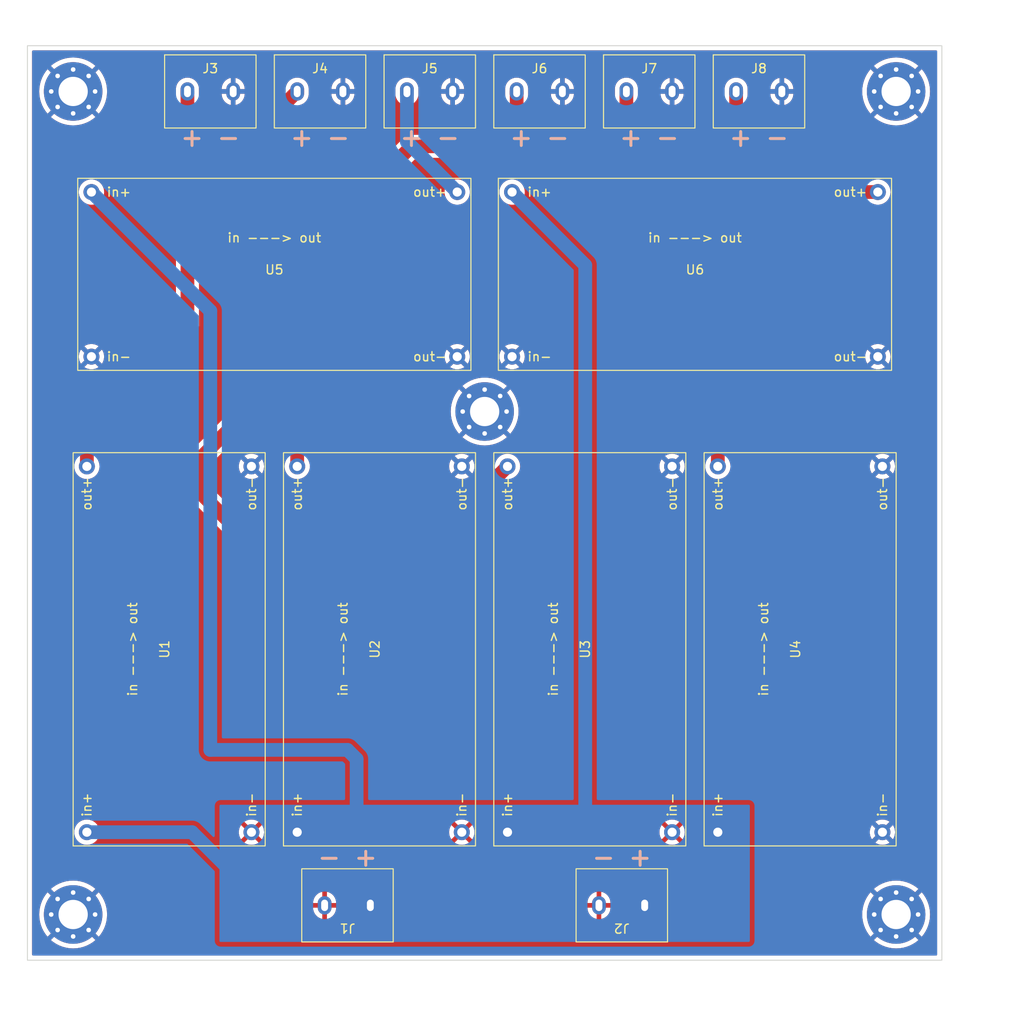
<source format=kicad_pcb>
(kicad_pcb (version 20211014) (generator pcbnew)

  (general
    (thickness 1.6)
  )

  (paper "A4")
  (layers
    (0 "F.Cu" signal)
    (31 "B.Cu" signal)
    (32 "B.Adhes" user "B.Adhesive")
    (33 "F.Adhes" user "F.Adhesive")
    (34 "B.Paste" user)
    (35 "F.Paste" user)
    (36 "B.SilkS" user "B.Silkscreen")
    (37 "F.SilkS" user "F.Silkscreen")
    (38 "B.Mask" user)
    (39 "F.Mask" user)
    (40 "Dwgs.User" user "User.Drawings")
    (41 "Cmts.User" user "User.Comments")
    (42 "Eco1.User" user "User.Eco1")
    (43 "Eco2.User" user "User.Eco2")
    (44 "Edge.Cuts" user)
    (45 "Margin" user)
    (46 "B.CrtYd" user "B.Courtyard")
    (47 "F.CrtYd" user "F.Courtyard")
    (48 "B.Fab" user)
    (49 "F.Fab" user)
    (50 "User.1" user)
    (51 "User.2" user)
    (52 "User.3" user)
    (53 "User.4" user)
    (54 "User.5" user)
    (55 "User.6" user)
    (56 "User.7" user)
    (57 "User.8" user)
    (58 "User.9" user)
  )

  (setup
    (stackup
      (layer "F.SilkS" (type "Top Silk Screen"))
      (layer "F.Paste" (type "Top Solder Paste"))
      (layer "F.Mask" (type "Top Solder Mask") (thickness 0.01))
      (layer "F.Cu" (type "copper") (thickness 0.035))
      (layer "dielectric 1" (type "core") (thickness 1.51) (material "FR4") (epsilon_r 4.5) (loss_tangent 0.02))
      (layer "B.Cu" (type "copper") (thickness 0.035))
      (layer "B.Mask" (type "Bottom Solder Mask") (thickness 0.01))
      (layer "B.Paste" (type "Bottom Solder Paste"))
      (layer "B.SilkS" (type "Bottom Silk Screen"))
      (copper_finish "None")
      (dielectric_constraints no)
    )
    (pad_to_mask_clearance 0)
    (pcbplotparams
      (layerselection 0x00010fc_ffffffff)
      (disableapertmacros false)
      (usegerberextensions false)
      (usegerberattributes true)
      (usegerberadvancedattributes true)
      (creategerberjobfile true)
      (svguseinch false)
      (svgprecision 6)
      (excludeedgelayer true)
      (plotframeref false)
      (viasonmask false)
      (mode 1)
      (useauxorigin false)
      (hpglpennumber 1)
      (hpglpenspeed 20)
      (hpglpendiameter 15.000000)
      (dxfpolygonmode true)
      (dxfimperialunits true)
      (dxfusepcbnewfont true)
      (psnegative false)
      (psa4output false)
      (plotreference true)
      (plotvalue true)
      (plotinvisibletext false)
      (sketchpadsonfab false)
      (subtractmaskfromsilk false)
      (outputformat 1)
      (mirror false)
      (drillshape 1)
      (scaleselection 1)
      (outputdirectory "")
    )
  )

  (net 0 "")
  (net 1 "GND")
  (net 2 "VCC")
  (net 3 "/V1")
  (net 4 "/V4")
  (net 5 "/V2")
  (net 6 "/V5")
  (net 7 "/V3")
  (net 8 "/V6")

  (footprint "aaaaa:screw-terminal-2p" (layer "F.Cu") (at 156 55))

  (footprint "aaaaa:LM2596HVS" (layer "F.Cu") (at 115.5 116 90))

  (footprint "aaaaa:screw-terminal-2p" (layer "F.Cu") (at 135 144 180))

  (footprint "MountingHole:MountingHole_3.2mm_M3_Pad_Via" (layer "F.Cu") (at 195 145))

  (footprint "aaaaa:LM2596HVS" (layer "F.Cu") (at 173 75))

  (footprint "aaaaa:screw-terminal-2p" (layer "F.Cu") (at 165 144 180))

  (footprint "aaaaa:screw-terminal-2p" (layer "F.Cu") (at 168 55))

  (footprint "MountingHole:MountingHole_3.2mm_M3_Pad_Via" (layer "F.Cu") (at 105 145))

  (footprint "aaaaa:LM2596HVS" (layer "F.Cu") (at 184.5 116 90))

  (footprint "MountingHole:MountingHole_3.2mm_M3_Pad_Via" (layer "F.Cu") (at 150 90))

  (footprint "aaaaa:screw-terminal-2p" (layer "F.Cu") (at 180 55))

  (footprint "MountingHole:MountingHole_3.2mm_M3_Pad_Via" (layer "F.Cu") (at 105 55))

  (footprint "aaaaa:LM2596HVS" (layer "F.Cu") (at 138.5 116 90))

  (footprint "MountingHole:MountingHole_3.2mm_M3_Pad_Via" (layer "F.Cu") (at 195 55))

  (footprint "aaaaa:LM2596HVS" (layer "F.Cu") (at 127 75))

  (footprint "aaaaa:screw-terminal-2p" (layer "F.Cu") (at 120 55))

  (footprint "aaaaa:screw-terminal-2p" (layer "F.Cu") (at 144 55))

  (footprint "aaaaa:LM2596HVS" (layer "F.Cu") (at 161.5 116 90))

  (footprint "aaaaa:screw-terminal-2p" (layer "F.Cu") (at 132 55))

  (gr_rect (start 100 50) (end 200 150) (layer "Dwgs.User") (width 0.15) (fill none) (tstamp a3de3462-1387-42e4-8f4b-5146ac6dfe4e))
  (gr_rect (start 100 50) (end 200 150) (layer "Edge.Cuts") (width 0.1) (fill none) (tstamp 17f1b8b5-41ba-414d-bfbc-c7fb85e9b860))

  (segment (start 135 127) (end 136 128) (width 1.5) (layer "B.Cu") (net 2) (tstamp 27e6a653-9efd-46e6-a6d7-29a3889f7b14))
  (segment (start 120 79) (end 120 127) (width 1.5) (layer "B.Cu") (net 2) (tstamp 285b1270-9af9-46c5-83c8-571b758f7c3d))
  (segment (start 107 66) (end 119 78) (width 1.5) (layer "B.Cu") (net 2) (tstamp 37fde6ca-6a49-4683-9898-9efaf68451a4))
  (segment (start 118 136) (end 124 142) (width 1.5) (layer "B.Cu") (net 2) (tstamp 3a9ef0d8-f735-4706-b0c0-06721327c0f6))
  (segment (start 106.5 136) (end 118 136) (width 1.5) (layer "B.Cu") (net 2) (tstamp 938b3f19-89f9-452d-8cc6-a11362a10975))
  (segment (start 120 127) (end 135 127) (width 1.5) (layer "B.Cu") (net 2) (tstamp bd646a8a-b52d-40a6-a86c-d49a9a9d1102))
  (segment (start 161 74) (end 161 137) (width 1.5) (layer "B.Cu") (net 2) (tstamp c4fe93c5-76fc-4928-9b6e-16cd4a0376bb))
  (segment (start 136 128) (end 136 139) (width 1.5) (layer "B.Cu") (net 2) (tstamp cd0f3244-d397-46a6-99ed-5b5617deb6e1))
  (segment (start 153 66) (end 161 74) (width 1.5) (layer "B.Cu") (net 2) (tstamp e25f1f1e-39b7-45cb-93ea-cb9b299d949b))
  (segment (start 119 78) (end 120 79) (width 1.5) (layer "B.Cu") (net 2) (tstamp f3b82e00-1866-42ff-9e08-c285ee2c9aaa))
  (segment (start 117.5 80.5) (end 106.5 91.5) (width 1.5) (layer "F.Cu") (net 3) (tstamp 173270b8-e960-4e1c-bb64-97e7e1ebafd9))
  (segment (start 117.5 55) (end 117.5 80.5) (width 1.5) (layer "F.Cu") (net 3) (tstamp 93f1d607-4a6f-4916-a51e-171a6143a9aa))
  (segment (start 106.5 91.5) (end 106.5 96) (width 1.5) (layer "F.Cu") (net 3) (tstamp e849e624-65de-4d5c-a306-710739f5462f))
  (segment (start 153.5 57.5) (end 153.5 55) (width 1.5) (layer "F.Cu") (net 4) (tstamp 32a06b28-64db-40de-b112-54037507a12e))
  (segment (start 129.5 73.5) (end 142 61) (width 1.5) (layer "F.Cu") (net 4) (tstamp 3cc3b9f8-dc45-40b1-9453-ccc4997c157f))
  (segment (start 150 61) (end 153.5 57.5) (width 1.5) (layer "F.Cu") (net 4) (tstamp 455af061-8c91-4812-86d3-740d20cd73d5))
  (segment (start 142 61) (end 150 61) (width 1.5) (layer "F.Cu") (net 4) (tstamp 8200c3ca-80f5-412b-a674-412295fc8277))
  (segment (start 129.5 96) (end 129.5 73.5) (width 1.5) (layer "F.Cu") (net 4) (tstamp bc4c5d56-3ff9-460d-a1f6-c6f6abc4ef42))
  (segment (start 129.5 55) (end 127.675 56.825) (width 1.5) (layer "F.Cu") (net 5) (tstamp 012a6309-0739-4b12-bfcf-f77bc865a154))
  (segment (start 145.5 103) (end 152.5 96) (width 1.5) (layer "F.Cu") (net 5) (tstamp 13e64a43-5369-4200-9428-74967c0f9dc8))
  (segment (start 124 90) (end 119 95) (width 1.5) (layer "F.Cu") (net 5) (tstamp 28950bf7-cc72-4ce9-9b59-6f9f196af17e))
  (segment (start 127.675 56.825) (end 127.675 68.325) (width 1.5) (layer "F.Cu") (net 5) (tstamp 4449fbe3-d216-4001-92dd-10f75d99a6b6))
  (segment (start 127.675 68.325) (end 124 72) (width 1.5) (layer "F.Cu") (net 5) (tstamp aa50052f-bce2-4b2a-bc97-171f1cdf4c7f))
  (segment (start 123 103) (end 145.5 103) (width 1.5) (layer "F.Cu") (net 5) (tstamp b9e8ae5c-7c94-4813-9025-8bd934ae1566))
  (segment (start 119 99) (end 123 103) (width 1.5) (layer "F.Cu") (net 5) (tstamp c33cb185-7e2d-41df-8767-32aaebe3c59e))
  (segment (start 124 72) (end 124 90) (width 1.5) (layer "F.Cu") (net 5) (tstamp e31910e5-9dc1-4b7d-b012-f7a52b0ae714))
  (segment (start 119 95) (end 119 99) (width 1.5) (layer "F.Cu") (net 5) (tstamp efb3ec19-f0e9-4a57-8b6e-aef9f24fb3a1))
  (segment (start 165.5 55) (end 165.5 70.5) (width 1.5) (layer "F.Cu") (net 6) (tstamp 87ab7416-1979-4865-a9f7-c978ebd5240b))
  (segment (start 165.5 70.5) (end 175.5 80.5) (width 1.5) (layer "F.Cu") (net 6) (tstamp e4f00ed2-d533-4e13-a11e-37d0d91ef7e4))
  (segment (start 175.5 80.5) (end 175.5 96) (width 1.5) (layer "F.Cu") (net 6) (tstamp f799d60c-d044-4fc1-8e2d-ad0fe53674b8))
  (segment (start 141.5 55) (end 141.5 60.5) (width 1.5) (layer "B.Cu") (net 7) (tstamp 218b1ffc-665f-4618-bffc-4274c2daccfc))
  (segment (start 141.5 60.5) (end 147 66) (width 1.5) (layer "B.Cu") (net 7) (tstamp 87729064-373e-459a-a1c1-8212bc2d4d74))
  (segment (start 177.5 55) (end 177.5 61.5) (width 1.5) (layer "F.Cu") (net 8) (tstamp 26a092a0-01fe-4a61-8faa-11719b7b940b))
  (segment (start 182 66) (end 193 66) (width 1.5) (layer "F.Cu") (net 8) (tstamp 26e83ce4-5260-4136-8044-cf3ac073ae21))
  (segment (start 177.5 61.5) (end 182 66) (width 1.5) (layer "F.Cu") (net 8) (tstamp ad100611-e030-411b-ae9a-889be62cd85c))

  (zone (net 1) (net_name "GND") (layers F&B.Cu) (tstamp 70908251-61bd-4d8d-bb9c-0f089bd2fa22) (hatch edge 0.508)
    (connect_pads (clearance 0.508))
    (min_thickness 0.254) (filled_areas_thickness no)
    (fill yes (thermal_gap 0.508) (thermal_bridge_width 0.508))
    (polygon
      (pts
        (xy 208 157)
        (xy 97 157)
        (xy 97 45)
        (xy 208 45)
      )
    )
    (filled_polygon
      (layer "F.Cu")
      (pts
        (xy 199.433621 50.528502)
        (xy 199.480114 50.582158)
        (xy 199.4915 50.6345)
        (xy 199.4915 149.3655)
        (xy 199.471498 149.433621)
        (xy 199.417842 149.480114)
        (xy 199.3655 149.4915)
        (xy 100.6345 149.4915)
        (xy 100.566379 149.471498)
        (xy 100.519886 149.417842)
        (xy 100.5085 149.3655)
        (xy 100.5085 147.797386)
        (xy 102.567759 147.797386)
        (xy 102.575216 147.807753)
        (xy 102.814935 148.001874)
        (xy 102.820272 148.005751)
        (xy 103.140685 148.21383)
        (xy 103.146394 148.217127)
        (xy 103.486811 148.390578)
        (xy 103.492836 148.39326)
        (xy 103.849502 148.530171)
        (xy 103.855784 148.532212)
        (xy 104.224816 148.631094)
        (xy 104.231266 148.632465)
        (xy 104.608629 148.692234)
        (xy 104.615167 148.69292)
        (xy 104.996699 148.712916)
        (xy 105.003301 148.712916)
        (xy 105.384833 148.69292)
        (xy 105.391371 148.692234)
        (xy 105.768734 148.632465)
        (xy 105.775184 148.631094)
        (xy 106.144216 148.532212)
        (xy 106.150498 148.530171)
        (xy 106.507164 148.39326)
        (xy 106.513189 148.390578)
        (xy 106.853606 148.217127)
        (xy 106.859315 148.21383)
        (xy 107.179728 148.005751)
        (xy 107.185065 148.001874)
        (xy 107.423835 147.808522)
        (xy 107.431527 147.797386)
        (xy 192.567759 147.797386)
        (xy 192.575216 147.807753)
        (xy 192.814935 148.001874)
        (xy 192.820272 148.005751)
        (xy 193.140685 148.21383)
        (xy 193.146394 148.217127)
        (xy 193.486811 148.390578)
        (xy 193.492836 148.39326)
        (xy 193.849502 148.530171)
        (xy 193.855784 148.532212)
        (xy 194.224816 148.631094)
        (xy 194.231266 148.632465)
        (xy 194.608629 148.692234)
        (xy 194.615167 148.69292)
        (xy 194.996699 148.712916)
        (xy 195.003301 148.712916)
        (xy 195.384833 148.69292)
        (xy 195.391371 148.692234)
        (xy 195.768734 148.632465)
        (xy 195.775184 148.631094)
        (xy 196.144216 148.532212)
        (xy 196.150498 148.530171)
        (xy 196.507164 148.39326)
        (xy 196.513189 148.390578)
        (xy 196.853606 148.217127)
        (xy 196.859315 148.21383)
        (xy 197.179728 148.005751)
        (xy 197.185065 148.001874)
        (xy 197.423835 147.808522)
        (xy 197.4323 147.796267)
        (xy 197.425966 147.785176)
        (xy 195.012812 145.372022)
        (xy 194.998868 145.364408)
        (xy 194.997035 145.364539)
        (xy 194.99042 145.36879)
        (xy 192.5749 147.78431)
        (xy 192.567759 147.797386)
        (xy 107.431527 147.797386)
        (xy 107.4323 147.796267)
        (xy 107.425966 147.785176)
        (xy 105.012812 145.372022)
        (xy 104.998868 145.364408)
        (xy 104.997035 145.364539)
        (xy 104.99042 145.36879)
        (xy 102.5749 147.78431)
        (xy 102.567759 147.797386)
        (xy 100.5085 147.797386)
        (xy 100.5085 145.003301)
        (xy 101.287084 145.003301)
        (xy 101.30708 145.384833)
        (xy 101.307766 145.391371)
        (xy 101.367535 145.768734)
        (xy 101.368906 145.775184)
        (xy 101.467788 146.144216)
        (xy 101.469829 146.150498)
        (xy 101.60674 146.507164)
        (xy 101.609422 146.513189)
        (xy 101.782872 146.853603)
        (xy 101.786169 146.859313)
        (xy 101.994253 147.179735)
        (xy 101.998123 147.185061)
        (xy 102.191478 147.423835)
        (xy 102.203733 147.4323)
        (xy 102.214824 147.425966)
        (xy 104.627978 145.012812)
        (xy 104.634356 145.001132)
        (xy 105.364408 145.001132)
        (xy 105.364539 145.002965)
        (xy 105.36879 145.00958)
        (xy 107.78431 147.4251)
        (xy 107.797386 147.432241)
        (xy 107.807753 147.424784)
        (xy 108.001877 147.185061)
        (xy 108.005747 147.179735)
        (xy 108.213831 146.859313)
        (xy 108.217128 146.853603)
        (xy 108.390578 146.513189)
        (xy 108.39326 146.507164)
        (xy 108.530171 146.150498)
        (xy 108.532212 146.144216)
        (xy 108.631094 145.775184)
        (xy 108.632465 145.768734)
        (xy 108.692234 145.391371)
        (xy 108.69292 145.384833)
        (xy 108.712916 145.003301)
        (xy 108.712916 144.996699)
        (xy 108.69292 144.615167)
        (xy 108.692234 144.608629)
        (xy 108.644013 144.304175)
        (xy 131.242 144.304175)
        (xy 131.242249 144.30977)
        (xy 131.256378 144.468078)
        (xy 131.25836 144.479092)
        (xy 131.314651 144.68486)
        (xy 131.318549 144.695341)
        (xy 131.410397 144.887903)
        (xy 131.416082 144.897516)
        (xy 131.540575 145.070767)
        (xy 131.547883 145.079233)
        (xy 131.701082 145.227692)
        (xy 131.709779 145.234735)
        (xy 131.886844 145.353719)
        (xy 131.896642 145.359105)
        (xy 132.09199 145.444857)
        (xy 132.102582 145.448422)
        (xy 132.228384 145.478624)
        (xy 132.24247 145.477919)
        (xy 132.246 145.46904)
        (xy 132.246 145.468411)
        (xy 132.754 145.468411)
        (xy 132.758105 145.482393)
        (xy 132.767728 145.483886)
        (xy 132.767973 145.483834)
        (xy 132.971883 145.421102)
        (xy 132.982229 145.416881)
        (xy 133.171814 145.319029)
        (xy 133.181245 145.313043)
        (xy 133.350501 145.183168)
        (xy 133.358724 145.175607)
        (xy 133.502312 145.017806)
        (xy 133.509067 145.008906)
        (xy 133.622434 144.828185)
        (xy 133.627511 144.818219)
        (xy 133.70708 144.620286)
        (xy 133.710315 144.609571)
        (xy 133.753777 144.399699)
        (xy 133.75498 144.390562)
        (xy 133.757895 144.34001)
        (xy 133.758 144.336363)
        (xy 133.758 144.306999)
        (xy 136.2415 144.306999)
        (xy 136.241749 144.309786)
        (xy 136.241749 144.309792)
        (xy 136.248009 144.379929)
        (xy 136.256383 144.473762)
        (xy 136.315663 144.690451)
        (xy 136.412378 144.893218)
        (xy 136.543471 145.075654)
        (xy 136.547503 145.079561)
        (xy 136.700362 145.227692)
        (xy 136.704799 145.231992)
        (xy 136.891262 145.35729)
        (xy 137.096967 145.447588)
        (xy 137.102418 145.448897)
        (xy 137.102422 145.448898)
        (xy 137.309954 145.498722)
        (xy 137.315411 145.500032)
        (xy 137.399475 145.504879)
        (xy 137.534083 145.51264)
        (xy 137.534086 145.51264)
        (xy 137.53969 145.512963)
        (xy 137.762715 145.485975)
        (xy 137.977435 145.419918)
        (xy 137.982415 145.417348)
        (xy 137.982419 145.417346)
        (xy 138.172081 145.319454)
        (xy 138.172082 145.319454)
        (xy 138.177064 145.316882)
        (xy 138.355292 145.180123)
        (xy 138.506485 145.013964)
        (xy 138.514535 145.001132)
        (xy 138.622885 144.828405)
        (xy 138.625864 144.823656)
        (xy 138.709656 144.615217)
        (xy 138.755213 144.395233)
        (xy 138.7585 144.338225)
        (xy 138.7585 144.304175)
        (xy 161.242 144.304175)
        (xy 161.242249 144.30977)
        (xy 161.256378 144.468078)
        (xy 161.25836 144.479092)
        (xy 161.314651 144.68486)
        (xy 161.318549 144.695341)
        (xy 161.410397 144.887903)
        (xy 161.416082 144.897516)
        (xy 161.540575 145.070767)
        (xy 161.547883 145.079233)
        (xy 161.701082 145.227692)
        (xy 161.709779 145.234735)
        (xy 161.886844 145.353719)
        (xy 161.896642 145.359105)
        (xy 162.09199 145.444857)
        (xy 162.102582 145.448422)
        (xy 162.228384 145.478624)
        (xy 162.24247 145.477919)
        (xy 162.246 145.46904)
        (xy 162.246 145.468411)
        (xy 162.754 145.468411)
        (xy 162.758105 145.482393)
        (xy 162.767728 145.483886)
        (xy 162.767973 145.483834)
        (xy 162.971883 145.421102)
        (xy 162.982229 145.416881)
        (xy 163.171814 145.319029)
        (xy 163.181245 145.313043)
        (xy 163.350501 145.183168)
        (xy 163.358724 145.175607)
        (xy 163.502312 145.017806)
        (xy 163.509067 145.008906)
        (xy 163.622434 144.828185)
        (xy 163.627511 144.818219)
        (xy 163.70708 144.620286)
        (xy 163.710315 144.609571)
        (xy 163.753777 144.399699)
        (xy 163.75498 144.390562)
        (xy 163.757895 144.34001)
        (xy 163.758 144.336363)
        (xy 163.758 144.306999)
        (xy 166.2415 144.306999)
        (xy 166.241749 144.309786)
        (xy 166.241749 144.309792)
        (xy 166.248009 144.379929)
        (xy 166.256383 144.473762)
        (xy 166.315663 144.690451)
        (xy 166.412378 144.893218)
        (xy 166.543471 145.075654)
        (xy 166.547503 145.079561)
        (xy 166.700362 145.227692)
        (xy 166.704799 145.231992)
        (xy 166.891262 145.35729)
        (xy 167.096967 145.447588)
        (xy 167.102418 145.448897)
        (xy 167.102422 145.448898)
        (xy 167.309954 145.498722)
        (xy 167.315411 145.500032)
        (xy 167.399475 145.504879)
        (xy 167.534083 145.51264)
        (xy 167.534086 145.51264)
        (xy 167.53969 145.512963)
        (xy 167.762715 145.485975)
        (xy 167.977435 145.419918)
        (xy 167.982415 145.417348)
        (xy 167.982419 145.417346)
        (xy 168.172081 145.319454)
        (xy 168.172082 145.319454)
        (xy 168.177064 145.316882)
        (xy 168.355292 145.180123)
        (xy 168.506485 145.013964)
        (xy 168.513174 145.003301)
        (xy 191.287084 145.003301)
        (xy 191.30708 145.384833)
        (xy 191.307766 145.391371)
        (xy 191.367535 145.768734)
        (xy 191.368906 145.775184)
        (xy 191.467788 146.144216)
        (xy 191.469829 146.150498)
        (xy 191.60674 146.507164)
        (xy 191.609422 146.513189)
        (xy 191.782872 146.853603)
        (xy 191.786169 146.859313)
        (xy 191.994253 147.179735)
        (xy 191.998123 147.185061)
        (xy 192.191478 147.423835)
        (xy 192.203733 147.4323)
        (xy 192.214824 147.425966)
        (xy 194.627978 145.012812)
        (xy 194.634356 145.001132)
        (xy 195.364408 145.001132)
        (xy 195.364539 145.002965)
        (xy 195.36879 145.00958)
        (xy 197.78431 147.4251)
        (xy 197.797386 147.432241)
        (xy 197.807753 147.424784)
        (xy 198.001877 147.185061)
        (xy 198.005747 147.179735)
        (xy 198.213831 146.859313)
        (xy 198.217128 146.853603)
        (xy 198.390578 146.513189)
        (xy 198.39326 146.507164)
        (xy 198.530171 146.150498)
        (xy 198.532212 146.144216)
        (xy 198.631094 145.775184)
        (xy 198.632465 145.768734)
        (xy 198.692234 145.391371)
        (xy 198.69292 145.384833)
        (xy 198.712916 145.003301)
        (xy 198.712916 144.996699)
        (xy 198.69292 144.615167)
        (xy 198.692234 144.608629)
        (xy 198.632465 144.231266)
        (xy 198.631094 144.224816)
        (xy 198.532212 143.855784)
        (xy 198.530171 143.849502)
        (xy 198.39326 143.492836)
        (xy 198.390578 143.486811)
        (xy 198.217128 143.146397)
        (xy 198.213831 143.140687)
        (xy 198.005747 142.820265)
        (xy 198.001877 142.814939)
        (xy 197.808522 142.576165)
        (xy 197.796267 142.5677)
        (xy 197.785176 142.574034)
        (xy 195.372022 144.987188)
        (xy 195.364408 145.001132)
        (xy 194.634356 145.001132)
        (xy 194.635592 144.998868)
        (xy 194.635461 144.997035)
        (xy 194.63121 144.99042)
        (xy 192.21569 142.5749)
        (xy 192.202614 142.567759)
        (xy 192.192247 142.575216)
        (xy 191.998123 142.814939)
        (xy 191.994253 142.820265)
        (xy 191.786169 143.140687)
        (xy 191.782872 143.146397)
        (xy 191.609422 143.486811)
        (xy 191.60674 143.492836)
        (xy 191.469829 143.849502)
        (xy 191.467788 143.855784)
        (xy 191.368906 144.224816)
        (xy 191.367535 144.231266)
        (xy 191.307766 144.608629)
        (xy 191.30708 144.615167)
        (xy 191.287084 144.996699)
        (xy 191.287084 145.003301)
        (xy 168.513174 145.003301)
        (xy 168.514535 145.001132)
        (xy 168.622885 144.828405)
        (xy 168.625864 144.823656)
        (xy 168.709656 144.615217)
        (xy 168.755213 144.395233)
        (xy 168.7585 144.338225)
        (xy 168.7585 143.693001)
        (xy 168.75588 143.663637)
        (xy 168.744116 143.531833)
        (xy 168.743617 143.526238)
        (xy 168.73448 143.492836)
        (xy 168.703492 143.379569)
        (xy 168.684337 143.309549)
        (xy 168.587622 143.106782)
        (xy 168.456529 142.924346)
        (xy 168.348726 142.819877)
        (xy 168.299229 142.771911)
        (xy 168.299226 142.771909)
        (xy 168.295201 142.768008)
        (xy 168.108738 142.64271)
        (xy 167.903033 142.552412)
        (xy 167.897582 142.551103)
        (xy 167.897578 142.551102)
        (xy 167.690046 142.501278)
        (xy 167.690045 142.501278)
        (xy 167.684589 142.499968)
        (xy 167.600525 142.495121)
        (xy 167.465917 142.48736)
        (xy 167.465914 142.48736)
        (xy 167.46031 142.487037)
        (xy 167.237285 142.514025)
        (xy 167.022565 142.580082)
        (xy 167.017585 142.582652)
        (xy 167.017581 142.582654)
        (xy 166.827919 142.680546)
        (xy 166.822936 142.683118)
        (xy 166.644708 142.819877)
        (xy 166.493515 142.986036)
        (xy 166.490537 142.990783)
        (xy 166.490535 142.990786)
        (xy 166.377115 143.171595)
        (xy 166.374136 143.176344)
        (xy 166.290344 143.384783)
        (xy 166.244787 143.604767)
        (xy 166.2415 143.661775)
        (xy 166.2415 144.306999)
        (xy 163.758 144.306999)
        (xy 163.758 144.272115)
        (xy 163.753525 144.256876)
        (xy 163.752135 144.255671)
        (xy 163.744452 144.254)
        (xy 162.772115 144.254)
        (xy 162.756876 144.258475)
        (xy 162.755671 144.259865)
        (xy 162.754 144.267548)
        (xy 162.754 145.468411)
        (xy 162.246 145.468411)
        (xy 162.246 144.272115)
        (xy 162.241525 144.256876)
        (xy 162.240135 144.255671)
        (xy 162.232452 144.254)
        (xy 161.260115 144.254)
        (xy 161.244876 144.258475)
        (xy 161.243671 144.259865)
        (xy 161.242 144.267548)
        (xy 161.242 144.304175)
        (xy 138.7585 144.304175)
        (xy 138.7585 143.727885)
        (xy 161.242 143.727885)
        (xy 161.246475 143.743124)
        (xy 161.247865 143.744329)
        (xy 161.255548 143.746)
        (xy 162.227885 143.746)
        (xy 162.243124 143.741525)
        (xy 162.244329 143.740135)
        (xy 162.246 143.732452)
        (xy 162.246 143.727885)
        (xy 162.754 143.727885)
        (xy 162.758475 143.743124)
        (xy 162.759865 143.744329)
        (xy 162.767548 143.746)
        (xy 163.739885 143.746)
        (xy 163.755124 143.741525)
        (xy 163.756329 143.740135)
        (xy 163.758 143.732452)
        (xy 163.758 143.695825)
        (xy 163.757751 143.69023)
        (xy 163.743622 143.531922)
        (xy 163.74164 143.520908)
        (xy 163.685349 143.31514)
        (xy 163.681451 143.304659)
        (xy 163.589603 143.112097)
        (xy 163.583918 143.102484)
        (xy 163.459425 142.929233)
        (xy 163.452117 142.920767)
        (xy 163.298918 142.772308)
        (xy 163.290221 142.765265)
        (xy 163.113156 142.646281)
        (xy 163.103358 142.640895)
        (xy 162.90801 142.555143)
        (xy 162.897418 142.551578)
        (xy 162.771616 142.521376)
        (xy 162.75753 142.522081)
        (xy 162.754 142.53096)
        (xy 162.754 143.727885)
        (xy 162.246 143.727885)
        (xy 162.246 142.531589)
        (xy 162.241895 142.517607)
        (xy 162.232272 142.516114)
        (xy 162.232027 142.516166)
        (xy 162.028117 142.578898)
        (xy 162.017771 142.583119)
        (xy 161.828186 142.680971)
        (xy 161.818755 142.686957)
        (xy 161.649499 142.816832)
        (xy 161.641276 142.824393)
        (xy 161.497688 142.982194)
        (xy 161.490933 142.991094)
        (xy 161.377566 143.171815)
        (xy 161.372489 143.181781)
        (xy 161.29292 143.379714)
        (xy 161.289685 143.390429)
        (xy 161.246223 143.600301)
        (xy 161.24502 143.609438)
        (xy 161.242105 143.65999)
        (xy 161.242 143.663637)
        (xy 161.242 143.727885)
        (xy 138.7585 143.727885)
        (xy 138.7585 143.693001)
        (xy 138.75588 143.663637)
        (xy 138.744116 143.531833)
        (xy 138.743617 143.526238)
        (xy 138.73448 143.492836)
        (xy 138.703492 143.379569)
        (xy 138.684337 143.309549)
        (xy 138.587622 143.106782)
        (xy 138.456529 142.924346)
        (xy 138.348726 142.819877)
        (xy 138.299229 142.771911)
        (xy 138.299226 142.771909)
        (xy 138.295201 142.768008)
        (xy 138.108738 142.64271)
        (xy 137.903033 142.552412)
        (xy 137.897582 142.551103)
        (xy 137.897578 142.551102)
        (xy 137.690046 142.501278)
        (xy 137.690045 142.501278)
        (xy 137.684589 142.499968)
        (xy 137.600525 142.495121)
        (xy 137.465917 142.48736)
        (xy 137.465914 142.48736)
        (xy 137.46031 142.487037)
        (xy 137.237285 142.514025)
        (xy 137.022565 142.580082)
        (xy 137.017585 142.582652)
        (xy 137.017581 142.582654)
        (xy 136.827919 142.680546)
        (xy 136.822936 142.683118)
        (xy 136.644708 142.819877)
        (xy 136.493515 142.986036)
        (xy 136.490537 142.990783)
        (xy 136.490535 142.990786)
        (xy 136.377115 143.171595)
        (xy 136.374136 143.176344)
        (xy 136.290344 143.384783)
        (xy 136.244787 143.604767)
        (xy 136.2415 143.661775)
        (xy 136.2415 144.306999)
        (xy 133.758 144.306999)
        (xy 133.758 144.272115)
        (xy 133.753525 144.256876)
        (xy 133.752135 144.255671)
        (xy 133.744452 144.254)
        (xy 132.772115 144.254)
        (xy 132.756876 144.258475)
        (xy 132.755671 144.259865)
        (xy 132.754 144.267548)
        (xy 132.754 145.468411)
        (xy 132.246 145.468411)
        (xy 132.246 144.272115)
        (xy 132.241525 144.256876)
        (xy 132.240135 144.255671)
        (xy 132.232452 144.254)
        (xy 131.260115 144.254)
        (xy 131.244876 144.258475)
        (xy 131.243671 144.259865)
        (xy 131.242 144.267548)
        (xy 131.242 144.304175)
        (xy 108.644013 144.304175)
        (xy 108.632465 144.231266)
        (xy 108.631094 144.224816)
        (xy 108.532212 143.855784)
        (xy 108.530171 143.849502)
        (xy 108.483487 143.727885)
        (xy 131.242 143.727885)
        (xy 131.246475 143.743124)
        (xy 131.247865 143.744329)
        (xy 131.255548 143.746)
        (xy 132.227885 143.746)
        (xy 132.243124 143.741525)
        (xy 132.244329 143.740135)
        (xy 132.246 143.732452)
        (xy 132.246 143.727885)
        (xy 132.754 143.727885)
        (xy 132.758475 143.743124)
        (xy 132.759865 143.744329)
        (xy 132.767548 143.746)
        (xy 133.739885 143.746)
        (xy 133.755124 143.741525)
        (xy 133.756329 143.740135)
        (xy 133.758 143.732452)
        (xy 133.758 143.695825)
        (xy 133.757751 143.69023)
        (xy 133.743622 143.531922)
        (xy 133.74164 143.520908)
        (xy 133.685349 143.31514)
        (xy 133.681451 143.304659)
        (xy 133.589603 143.112097)
        (xy 133.583918 143.102484)
        (xy 133.459425 142.929233)
        (xy 133.452117 142.920767)
        (xy 133.298918 142.772308)
        (xy 133.290221 142.765265)
        (xy 133.113156 142.646281)
        (xy 133.103358 142.640895)
        (xy 132.90801 142.555143)
        (xy 132.897418 142.551578)
        (xy 132.771616 142.521376)
        (xy 132.75753 142.522081)
        (xy 132.754 142.53096)
        (xy 132.754 143.727885)
        (xy 132.246 143.727885)
        (xy 132.246 142.531589)
        (xy 132.241895 142.517607)
        (xy 132.232272 142.516114)
        (xy 132.232027 142.516166)
        (xy 132.028117 142.578898)
        (xy 132.017771 142.583119)
        (xy 131.828186 142.680971)
        (xy 131.818755 142.686957)
        (xy 131.649499 142.816832)
        (xy 131.641276 142.824393)
        (xy 131.497688 142.982194)
        (xy 131.490933 142.991094)
        (xy 131.377566 143.171815)
        (xy 131.372489 143.181781)
        (xy 131.29292 143.379714)
        (xy 131.289685 143.390429)
        (xy 131.246223 143.600301)
        (xy 131.24502 143.609438)
        (xy 131.242105 143.65999)
        (xy 131.242 143.663637)
        (xy 131.242 143.727885)
        (xy 108.483487 143.727885)
        (xy 108.39326 143.492836)
        (xy 108.390578 143.486811)
        (xy 108.217128 143.146397)
        (xy 108.213831 143.140687)
        (xy 108.005747 142.820265)
        (xy 108.001877 142.814939)
        (xy 107.808522 142.576165)
        (xy 107.796267 142.5677)
        (xy 107.785176 142.574034)
        (xy 105.372022 144.987188)
        (xy 105.364408 145.001132)
        (xy 104.634356 145.001132)
        (xy 104.635592 144.998868)
        (xy 104.635461 144.997035)
        (xy 104.63121 144.99042)
        (xy 102.21569 142.5749)
        (xy 102.202614 142.567759)
        (xy 102.192247 142.575216)
        (xy 101.998123 142.814939)
        (xy 101.994253 142.820265)
        (xy 101.786169 143.140687)
        (xy 101.782872 143.146397)
        (xy 101.609422 143.486811)
        (xy 101.60674 143.492836)
        (xy 101.469829 143.849502)
        (xy 101.467788 143.855784)
        (xy 101.368906 144.224816)
        (xy 101.367535 144.231266)
        (xy 101.307766 144.608629)
        (xy 101.30708 144.615167)
        (xy 101.287084 144.996699)
        (xy 101.287084 145.003301)
        (xy 100.5085 145.003301)
        (xy 100.5085 142.203733)
        (xy 102.5677 142.203733)
        (xy 102.574034 142.214824)
        (xy 104.987188 144.627978)
        (xy 105.001132 144.635592)
        (xy 105.002965 144.635461)
        (xy 105.00958 144.63121)
        (xy 107.4251 142.21569)
        (xy 107.43163 142.203733)
        (xy 192.5677 142.203733)
        (xy 192.574034 142.214824)
        (xy 194.987188 144.627978)
        (xy 195.001132 144.635592)
        (xy 195.002965 144.635461)
        (xy 195.00958 144.63121)
        (xy 197.4251 142.21569)
        (xy 197.432241 142.202614)
        (xy 197.424784 142.192247)
        (xy 197.185065 141.998126)
        (xy 197.179728 141.994249)
        (xy 196.859315 141.78617)
        (xy 196.853606 141.782873)
        (xy 196.513189 141.609422)
        (xy 196.507164 141.60674)
        (xy 196.150498 141.469829)
        (xy 196.144216 141.467788)
        (xy 195.775184 141.368906)
        (xy 195.768734 141.367535)
        (xy 195.391371 141.307766)
        (xy 195.384833 141.30708)
        (xy 195.003301 141.287084)
        (xy 194.996699 141.287084)
        (xy 194.615167 141.30708)
        (xy 194.608629 141.307766)
        (xy 194.231266 141.367535)
        (xy 194.224816 141.368906)
        (xy 193.855784 141.467788)
        (xy 193.849502 141.469829)
        (xy 193.492836 141.60674)
        (xy 193.486811 141.609422)
        (xy 193.146397 141.782872)
        (xy 193.140687 141.786169)
        (xy 192.820265 141.994253)
        (xy 192.814939 141.998123)
        (xy 192.576165 142.191478)
        (xy 192.5677 142.203733)
        (xy 107.43163 142.203733)
        (xy 107.432241 142.202614)
        (xy 107.424784 142.192247)
        (xy 107.185065 141.998126)
        (xy 107.179728 141.994249)
        (xy 106.859315 141.78617)
        (xy 106.853606 141.782873)
        (xy 106.513189 141.609422)
        (xy 106.507164 141.60674)
        (xy 106.150498 141.469829)
        (xy 106.144216 141.467788)
        (xy 105.775184 141.368906)
        (xy 105.768734 141.367535)
        (xy 105.391371 141.307766)
        (xy 105.384833 141.30708)
        (xy 105.003301 141.287084)
        (xy 104.996699 141.287084)
        (xy 104.615167 141.30708)
        (xy 104.608629 141.307766)
        (xy 104.231266 141.367535)
        (xy 104.224816 141.368906)
        (xy 103.855784 141.467788)
        (xy 103.849502 141.469829)
        (xy 103.492836 141.60674)
        (xy 103.486811 141.609422)
        (xy 103.146397 141.782872)
        (xy 103.140687 141.786169)
        (xy 102.820265 141.994253)
        (xy 102.814939 141.998123)
        (xy 102.576165 142.191478)
        (xy 102.5677 142.203733)
        (xy 100.5085 142.203733)
        (xy 100.5085 135.966082)
        (xy 105.112172 135.966082)
        (xy 105.112469 135.971234)
        (xy 105.112469 135.971238)
        (xy 105.11468 136.00958)
        (xy 105.125268 136.193206)
        (xy 105.126405 136.198252)
        (xy 105.126406 136.198258)
        (xy 105.146662 136.288138)
        (xy 105.175283 136.415141)
        (xy 105.260875 136.625927)
        (xy 105.379744 136.819904)
        (xy 105.528698 136.991861)
        (xy 105.703737 137.137181)
        (xy 105.708189 137.139783)
        (xy 105.708194 137.139786)
        (xy 105.802199 137.194718)
        (xy 105.90016 137.251962)
        (xy 106.112693 137.33312)
        (xy 106.117759 137.334151)
        (xy 106.11776 137.334151)
        (xy 106.216861 137.354313)
        (xy 106.335627 137.378476)
        (xy 106.463437 137.383163)
        (xy 106.557811 137.386624)
        (xy 106.557815 137.386624)
        (xy 106.562975 137.386813)
        (xy 106.568095 137.386157)
        (xy 106.568097 137.386157)
        (xy 106.783504 137.358563)
        (xy 106.783505 137.358563)
        (xy 106.788632 137.357906)
        (xy 106.793582 137.356421)
        (xy 107.001591 137.294015)
        (xy 107.001592 137.294014)
        (xy 107.006537 137.292531)
        (xy 107.210839 137.192444)
        (xy 107.215043 137.189446)
        (xy 107.215047 137.189443)
        (xy 107.279976 137.14313)
        (xy 123.7217 137.14313)
        (xy 123.726981 137.150184)
        (xy 123.895919 137.248904)
        (xy 123.905202 137.253351)
        (xy 124.108002 137.330793)
        (xy 124.1179 137.333669)
        (xy 124.330625 137.376948)
        (xy 124.340853 137.378167)
        (xy 124.557788 137.386122)
        (xy 124.568074 137.385655)
        (xy 124.7834 137.358072)
        (xy 124.793477 137.35593)
        (xy 125.001401 137.293549)
        (xy 125.010999 137.289788)
        (xy 125.205947 137.194284)
        (xy 125.214785 137.189015)
        (xy 125.267172 137.151648)
        (xy 125.275572 137.140948)
        (xy 125.268585 137.127795)
        (xy 124.512812 136.372022)
        (xy 124.498868 136.364408)
        (xy 124.497035 136.364539)
        (xy 124.49042 136.36879)
        (xy 123.72846 137.13075)
        (xy 123.7217 137.14313)
        (xy 107.279976 137.14313)
        (xy 107.391847 137.063333)
        (xy 107.391849 137.063331)
        (xy 107.396051 137.060334)
        (xy 107.557199 136.899747)
        (xy 107.611764 136.823812)
        (xy 107.686938 136.719198)
        (xy 107.686942 136.719192)
        (xy 107.689956 136.714997)
        (xy 107.790755 136.511046)
        (xy 107.85689 136.29337)
        (xy 107.870077 136.193206)
        (xy 107.886148 136.071136)
        (xy 107.886148 136.071132)
        (xy 107.886585 136.067815)
        (xy 107.888242 136)
        (xy 107.885878 135.97125)
        (xy 123.112971 135.97125)
        (xy 123.125467 136.187967)
        (xy 123.126903 136.198188)
        (xy 123.174627 136.409948)
        (xy 123.177706 136.419777)
        (xy 123.259379 136.620914)
        (xy 123.264022 136.630105)
        (xy 123.348279 136.767601)
        (xy 123.358735 136.777061)
        (xy 123.367513 136.773277)
        (xy 124.127978 136.012812)
        (xy 124.134356 136.001132)
        (xy 124.864408 136.001132)
        (xy 124.864539 136.002965)
        (xy 124.86879 136.00958)
        (xy 125.628388 136.769178)
        (xy 125.640398 136.775736)
        (xy 125.652138 136.766768)
        (xy 125.686507 136.71894)
        (xy 125.691816 136.710103)
        (xy 125.787994 136.515503)
        (xy 125.791792 136.50591)
        (xy 125.854897 136.298208)
        (xy 125.857074 136.288138)
        (xy 125.885646 136.071113)
        (xy 125.886165 136.064438)
        (xy 125.887658 136.003364)
        (xy 125.887464 135.996646)
        (xy 125.884951 135.966082)
        (xy 128.112172 135.966082)
        (xy 128.112469 135.971234)
        (xy 128.112469 135.971238)
        (xy 128.11468 136.00958)
        (xy 128.125268 136.193206)
        (xy 128.126405 136.198252)
        (xy 128.126406 136.198258)
        (xy 128.146662 136.288138)
        (xy 128.175283 136.415141)
        (xy 128.260875 136.625927)
        (xy 128.379744 136.819904)
        (xy 128.528698 136.991861)
        (xy 128.703737 137.137181)
        (xy 128.708189 137.139783)
        (xy 128.708194 137.139786)
        (xy 128.802199 137.194718)
        (xy 128.90016 137.251962)
        (xy 129.112693 137.33312)
        (xy 129.117759 137.334151)
        (xy 129.11776 137.334151)
        (xy 129.216861 137.354313)
        (xy 129.335627 137.378476)
        (xy 129.463437 137.383163)
        (xy 129.557811 137.386624)
        (xy 129.557815 137.386624)
        (xy 129.562975 137.386813)
        (xy 129.568095 137.386157)
        (xy 129.568097 137.386157)
        (xy 129.783504 137.358563)
        (xy 129.783505 137.358563)
        (xy 129.788632 137.357906)
        (xy 129.793582 137.356421)
        (xy 130.001591 137.294015)
        (xy 130.001592 137.294014)
        (xy 130.006537 137.292531)
        (xy 130.210839 137.192444)
        (xy 130.215043 137.189446)
        (xy 130.215047 137.189443)
        (xy 130.279976 137.14313)
        (xy 146.7217 137.14313)
        (xy 146.726981 137.150184)
        (xy 146.895919 137.248904)
        (xy 146.905202 137.253351)
        (xy 147.108002 137.330793)
        (xy 147.1179 137.333669)
        (xy 147.330625 137.376948)
        (xy 147.340853 137.378167)
        (xy 147.557788 137.386122)
        (xy 147.568074 137.385655)
        (xy 147.7834 137.358072)
        (xy 147.793477 137.35593)
        (xy 148.001401 137.293549)
        (xy 148.010999 137.289788)
        (xy 148.205947 137.194284)
        (xy 148.214785 137.189015)
        (xy 148.267172 137.151648)
        (xy 148.275572 137.140948)
        (xy 148.268585 137.127795)
        (xy 147.512812 136.372022)
        (xy 147.498868 136.364408)
        (xy 147.497035 136.364539)
        (xy 147.49042 136.36879)
        (xy 146.72846 137.13075)
        (xy 146.7217 137.14313)
        (xy 130.279976 137.14313)
        (xy 130.391847 137.063333)
        (xy 130.391849 137.063331)
        (xy 130.396051 137.060334)
        (xy 130.557199 136.899747)
        (xy 130.611764 136.823812)
        (xy 130.686938 136.719198)
        (xy 130.686942 136.719192)
        (xy 130.689956 136.714997)
        (xy 130.790755 136.511046)
        (xy 130.85689 136.29337)
        (xy 130.870077 136.193206)
        (xy 130.886148 136.071136)
        (xy 130.886148 136.071132)
        (xy 130.886585 136.067815)
        (xy 130.888242 136)
        (xy 130.885878 135.97125)
        (xy 146.112971 135.97125)
        (xy 146.125467 136.187967)
        (xy 146.126903 136.198188)
        (xy 146.174627 136.409948)
        (xy 146.177706 136.419777)
        (xy 146.259379 136.620914)
        (xy 146.264022 136.630105)
        (xy 146.348279 136.767601)
        (xy 146.358735 136.777061)
        (xy 146.367513 136.773277)
        (xy 147.127978 136.012812)
        (xy 147.134356 136.001132)
        (xy 147.864408 136.001132)
        (xy 147.864539 136.002965)
        (xy 147.86879 136.00958)
        (xy 148.628388 136.769178)
        (xy 148.640398 136.775736)
        (xy 148.652138 136.766768)
        (xy 148.686507 136.71894)
        (xy 148.691816 136.710103)
        (xy 148.787994 136.515503)
        (xy 148.791792 136.50591)
        (xy 148.854897 136.298208)
        (xy 148.857074 136.288138)
        (xy 148.885646 136.071113)
        (xy 148.886165 136.064438)
        (xy 148.887658 136.003364)
        (xy 148.887464 135.996646)
        (xy 148.884951 135.966082)
        (xy 151.112172 135.966082)
        (xy 151.112469 135.971234)
        (xy 151.112469 135.971238)
        (xy 151.11468 136.00958)
        (xy 151.125268 136.193206)
        (xy 151.126405 136.198252)
        (xy 151.126406 136.198258)
        (xy 151.146662 136.288138)
        (xy 151.175283 136.415141)
        (xy 151.260875 136.625927)
        (xy 151.379744 136.819904)
        (xy 151.528698 136.991861)
        (xy 151.703737 137.137181)
        (xy 151.708189 137.139783)
        (xy 151.708194 137.139786)
        (xy 151.802199 137.194718)
        (xy 151.90016 137.251962)
        (xy 152.112693 137.33312)
        (xy 152.117759 137.334151)
        (xy 152.11776 137.334151)
        (xy 152.216861 137.354313)
        (xy 152.335627 137.378476)
        (xy 152.463437 137.383163)
        (xy 152.557811 137.386624)
        (xy 152.557815 137.386624)
        (xy 152.562975 137.386813)
        (xy 152.568095 137.386157)
        (xy 152.568097 137.386157)
        (xy 152.783504 137.358563)
        (xy 152.783505 137.358563)
        (xy 152.788632 137.357906)
        (xy 152.793582 137.356421)
        (xy 153.001591 137.294015)
        (xy 153.001592 137.294014)
        (xy 153.006537 137.292531)
        (xy 153.210839 137.192444)
        (xy 153.215043 137.189446)
        (xy 153.215047 137.189443)
        (xy 153.279976 137.14313)
        (xy 169.7217 137.14313)
        (xy 169.726981 137.150184)
        (xy 169.895919 137.248904)
        (xy 169.905202 137.253351)
        (xy 170.108002 137.330793)
        (xy 170.1179 137.333669)
        (xy 170.330625 137.376948)
        (xy 170.340853 137.378167)
        (xy 170.557788 137.386122)
        (xy 170.568074 137.385655)
        (xy 170.7834 137.358072)
        (xy 170.793477 137.35593)
        (xy 171.001401 137.293549)
        (xy 171.010999 137.289788)
        (xy 171.205947 137.194284)
        (xy 171.214785 137.189015)
        (xy 171.267172 137.151648)
        (xy 171.275572 137.140948)
        (xy 171.268585 137.127795)
        (xy 170.512812 136.372022)
        (xy 170.498868 136.364408)
        (xy 170.497035 136.364539)
        (xy 170.49042 136.36879)
        (xy 169.72846 137.13075)
        (xy 169.7217 137.14313)
        (xy 153.279976 137.14313)
        (xy 153.391847 137.063333)
        (xy 153.391849 137.063331)
        (xy 153.396051 137.060334)
        (xy 153.557199 136.899747)
        (xy 153.611764 136.823812)
        (xy 153.686938 136.719198)
        (xy 153.686942 136.719192)
        (xy 153.689956 136.714997)
        (xy 153.790755 136.511046)
        (xy 153.85689 136.29337)
        (xy 153.870077 136.193206)
        (xy 153.886148 136.071136)
        (xy 153.886148 136.071132)
        (xy 153.886585 136.067815)
        (xy 153.888242 136)
        (xy 153.885878 135.97125)
        (xy 169.112971 135.97125)
        (xy 169.125467 136.187967)
        (xy 169.126903 136.198188)
        (xy 169.174627 136.409948)
        (xy 169.177706 136.419777)
        (xy 169.259379 136.620914)
        (xy 169.264022 136.630105)
        (xy 169.348279 136.767601)
        (xy 169.358735 136.777061)
        (xy 169.367513 136.773277)
        (xy 170.127978 136.012812)
        (xy 170.134356 136.001132)
        (xy 170.864408 136.001132)
        (xy 170.864539 136.002965)
        (xy 170.86879 136.00958)
        (xy 171.628388 136.769178)
        (xy 171.640398 136.775736)
        (xy 171.652138 136.766768)
        (xy 171.686507 136.71894)
        (xy 171.691816 136.710103)
        (xy 171.787994 136.515503)
        (xy 171.791792 136.50591)
        (xy 171.854897 136.298208)
        (xy 171.857074 136.288138)
        (xy 171.885646 136.071113)
        (xy 171.886165 136.064438)
        (xy 171.887658 136.003364)
        (xy 171.887464 135.996646)
        (xy 171.884951 135.966082)
        (xy 174.112172 135.966082)
        (xy 174.112469 135.971234)
        (xy 174.112469 135.971238)
        (xy 174.11468 136.00958)
        (xy 174.125268 136.193206)
        (xy 174.126405 136.198252)
        (xy 174.126406 136.198258)
        (xy 174.146662 136.288138)
        (xy 174.175283 136.415141)
        (xy 174.260875 136.625927)
        (xy 174.379744 136.819904)
        (xy 174.528698 136.991861)
        (xy 174.703737 137.137181)
        (xy 174.708189 137.139783)
        (xy 174.708194 137.139786)
        (xy 174.802199 137.194718)
        (xy 174.90016 137.251962)
        (xy 175.112693 137.33312)
        (xy 175.117759 137.334151)
        (xy 175.11776 137.334151)
        (xy 175.216861 137.354313)
        (xy 175.335627 137.378476)
        (xy 175.463437 137.383163)
        (xy 175.557811 137.386624)
        (xy 175.557815 137.386624)
        (xy 175.562975 137.386813)
        (xy 175.568095 137.386157)
        (xy 175.568097 137.386157)
        (xy 175.783504 137.358563)
        (xy 175.783505 137.358563)
        (xy 175.788632 137.357906)
        (xy 175.793582 137.356421)
        (xy 176.001591 137.294015)
        (xy 176.001592 137.294014)
        (xy 176.006537 137.292531)
        (xy 176.210839 137.192444)
        (xy 176.215043 137.189446)
        (xy 176.215047 137.189443)
        (xy 176.279976 137.14313)
        (xy 192.7217 137.14313)
        (xy 192.726981 137.150184)
        (xy 192.895919 137.248904)
        (xy 192.905202 137.253351)
        (xy 193.108002 137.330793)
        (xy 193.1179 137.333669)
        (xy 193.330625 137.376948)
        (xy 193.340853 137.378167)
        (xy 193.557788 137.386122)
        (xy 193.568074 137.385655)
        (xy 193.7834 137.358072)
        (xy 193.793477 137.35593)
        (xy 194.001401 137.293549)
        (xy 194.010999 137.289788)
        (xy 194.205947 137.194284)
        (xy 194.214785 137.189015)
        (xy 194.267172 137.151648)
        (xy 194.275572 137.140948)
        (xy 194.268585 137.127795)
        (xy 193.512812 136.372022)
        (xy 193.498868 136.364408)
        (xy 193.497035 136.364539)
        (xy 193.49042 136.36879)
        (xy 192.72846 137.13075)
        (xy 192.7217 137.14313)
        (xy 176.279976 137.14313)
        (xy 176.391847 137.063333)
        (xy 176.391849 137.063331)
        (xy 176.396051 137.060334)
        (xy 176.557199 136.899747)
        (xy 176.611764 136.823812)
        (xy 176.686938 136.719198)
        (xy 176.686942 136.719192)
        (xy 176.689956 136.714997)
        (xy 176.790755 136.511046)
        (xy 176.85689 136.29337)
        (xy 176.870077 136.193206)
        (xy 176.886148 136.071136)
        (xy 176.886148 136.071132)
        (xy 176.886585 136.067815)
        (xy 176.888242 136)
        (xy 176.885878 135.97125)
        (xy 192.112971 135.97125)
        (xy 192.125467 136.187967)
        (xy 192.126903 136.198188)
        (xy 192.174627 136.409948)
        (xy 192.177706 136.419777)
        (xy 192.259379 136.620914)
        (xy 192.264022 136.630105)
        (xy 192.348279 136.767601)
        (xy 192.358735 136.777061)
        (xy 192.367513 136.773277)
        (xy 193.127978 136.012812)
        (xy 193.134356 136.001132)
        (xy 193.864408 136.001132)
        (xy 193.864539 136.002965)
        (xy 193.86879 136.00958)
        (xy 194.628388 136.769178)
        (xy 194.640398 136.775736)
        (xy 194.652138 136.766768)
        (xy 194.686507 136.71894)
        (xy 194.691816 136.710103)
        (xy 194.787994 136.515503)
        (xy 194.791792 136.50591)
        (xy 194.854897 136.298208)
        (xy 194.857074 136.288138)
        (xy 194.885646 136.071113)
        (xy 194.886165 136.064438)
        (xy 194.887658 136.003364)
        (xy 194.887464 135.996646)
        (xy 194.86953 135.778507)
        (xy 194.867845 135.768327)
        (xy 194.814962 135.557791)
        (xy 194.811642 135.54804)
        (xy 194.72508 135.348959)
        (xy 194.720213 135.339884)
        (xy 194.651144 135.233118)
        (xy 194.640458 135.223915)
        (xy 194.630891 135.228319)
        (xy 193.872022 135.987188)
        (xy 193.864408 136.001132)
        (xy 193.134356 136.001132)
        (xy 193.135592 135.998868)
        (xy 193.135461 135.997035)
        (xy 193.13121 135.99042)
        (xy 192.371858 135.231068)
        (xy 192.360322 135.224768)
        (xy 192.348039 135.234391)
        (xy 192.296279 135.310268)
        (xy 192.291191 135.319224)
        (xy 192.199795 135.516121)
        (xy 192.196232 135.525808)
        (xy 192.138223 135.734979)
        (xy 192.136292 135.7451)
        (xy 192.113222 135.960962)
        (xy 192.112971 135.97125)
        (xy 176.885878 135.97125)
        (xy 176.869601 135.773264)
        (xy 176.814178 135.552617)
        (xy 176.723462 135.343985)
        (xy 176.59989 135.152971)
        (xy 176.446779 134.984704)
        (xy 176.287063 134.858569)
        (xy 192.723365 134.858569)
        (xy 192.730111 134.870901)
        (xy 193.487188 135.627978)
        (xy 193.501132 135.635592)
        (xy 193.502965 135.635461)
        (xy 193.50958 135.63121)
        (xy 194.27119 134.8696)
        (xy 194.278211 134.856744)
        (xy 194.270718 134.846461)
        (xy 194.263435 134.841622)
        (xy 194.073398 134.736715)
        (xy 194.063989 134.732487)
        (xy 193.859364 134.660026)
        (xy 193.849401 134.657394)
        (xy 193.635687 134.619326)
        (xy 193.625434 134.618356)
        (xy 193.408366 134.615703)
        (xy 193.398082 134.616423)
        (xy 193.183507 134.649258)
        (xy 193.173479 134.651647)
        (xy 192.967147 134.719087)
        (xy 192.957637 134.723084)
        (xy 192.765095 134.823315)
        (xy 192.75637 134.828809)
        (xy 192.731819 134.847243)
        (xy 192.723365 134.858569)
        (xy 176.287063 134.858569)
        (xy 176.268241 134.843704)
        (xy 176.230537 134.82289)
        (xy 176.215869 134.814793)
        (xy 176.069072 134.733757)
        (xy 176.064203 134.732033)
        (xy 176.064199 134.732031)
        (xy 175.859496 134.659541)
        (xy 175.859492 134.65954)
        (xy 175.854621 134.657815)
        (xy 175.849528 134.656908)
        (xy 175.849525 134.656907)
        (xy 175.635734 134.618825)
        (xy 175.635728 134.618824)
        (xy 175.630645 134.617919)
        (xy 175.557196 134.617022)
        (xy 175.408331 134.615203)
        (xy 175.408329 134.615203)
        (xy 175.403161 134.61514)
        (xy 175.178278 134.649552)
        (xy 174.962035 134.720231)
        (xy 174.957447 134.722619)
        (xy 174.957443 134.722621)
        (xy 174.930369 134.736715)
        (xy 174.760239 134.825279)
        (xy 174.756106 134.828382)
        (xy 174.756103 134.828384)
        (xy 174.699476 134.870901)
        (xy 174.57831 134.961875)
        (xy 174.421133 135.126351)
        (xy 174.292931 135.314289)
        (xy 174.290758 135.318971)
        (xy 174.290756 135.318974)
        (xy 174.276838 135.348959)
        (xy 174.197145 135.520643)
        (xy 174.136348 135.739869)
        (xy 174.112172 135.966082)
        (xy 171.884951 135.966082)
        (xy 171.86953 135.778507)
        (xy 171.867845 135.768327)
        (xy 171.814962 135.557791)
        (xy 171.811642 135.54804)
        (xy 171.72508 135.348959)
        (xy 171.720213 135.339884)
        (xy 171.651144 135.233118)
        (xy 171.640458 135.223915)
        (xy 171.630891 135.228319)
        (xy 170.872022 135.987188)
        (xy 170.864408 136.001132)
        (xy 170.134356 136.001132)
        (xy 170.135592 135.998868)
        (xy 170.135461 135.997035)
        (xy 170.13121 135.99042)
        (xy 169.371858 135.231068)
        (xy 169.360322 135.224768)
        (xy 169.348039 135.234391)
        (xy 169.296279 135.310268)
        (xy 169.291191 135.319224)
        (xy 169.199795 135.516121)
        (xy 169.196232 135.525808)
        (xy 169.138223 135.734979)
        (xy 169.136292 135.7451)
        (xy 169.113222 135.960962)
        (xy 169.112971 135.97125)
        (xy 153.885878 135.97125)
        (xy 153.869601 135.773264)
        (xy 153.814178 135.552617)
        (xy 153.723462 135.343985)
        (xy 153.59989 135.152971)
        (xy 153.446779 134.984704)
        (xy 153.287063 134.858569)
        (xy 169.723365 134.858569)
        (xy 169.730111 134.870901)
        (xy 170.487188 135.627978)
        (xy 170.501132 135.635592)
        (xy 170.502965 135.635461)
        (xy 170.50958 135.63121)
        (xy 171.27119 134.8696)
        (xy 171.278211 134.856744)
        (xy 171.270718 134.846461)
        (xy 171.263435 134.841622)
        (xy 171.073398 134.736715)
        (xy 171.063989 134.732487)
        (xy 170.859364 134.660026)
        (xy 170.849401 134.657394)
        (xy 170.635687 134.619326)
        (xy 170.625434 134.618356)
        (xy 170.408366 134.615703)
        (xy 170.398082 134.616423)
        (xy 170.183507 134.649258)
        (xy 170.173479 134.651647)
        (xy 169.967147 134.719087)
        (xy 169.957637 134.723084)
        (xy 169.765095 134.823315)
        (xy 169.75637 134.828809)
        (xy 169.731819 134.847243)
        (xy 169.723365 134.858569)
        (xy 153.287063 134.858569)
        (xy 153.268241 134.843704)
        (xy 153.230537 134.82289)
        (xy 153.215869 134.814793)
        (xy 153.069072 134.733757)
        (xy 153.064203 134.732033)
        (xy 153.064199 134.732031)
        (xy 152.859496 134.659541)
        (xy 152.859492 134.65954)
        (xy 152.854621 134.657815)
        (xy 152.849528 134.656908)
        (xy 152.849525 134.656907)
        (xy 152.635734 134.618825)
        (xy 152.635728 134.618824)
        (xy 152.630645 134.617919)
        (xy 152.557196 134.617022)
        (xy 152.408331 134.615203)
        (xy 152.408329 134.615203)
        (xy 152.403161 134.61514)
        (xy 152.178278 134.649552)
        (xy 151.962035 134.720231)
        (xy 151.957447 134.722619)
        (xy 151.957443 134.722621)
        (xy 151.930369 134.736715)
        (xy 151.760239 134.825279)
        (xy 151.756106 134.828382)
        (xy 151.756103 134.828384)
        (xy 151.699476 134.870901)
        (xy 151.57831 134.961875)
        (xy 151.421133 135.126351)
        (xy 151.292931 135.314289)
        (xy 151.290758 135.318971)
        (xy 151.290756 135.318974)
        (xy 151.276838 135.348959)
        (xy 151.197145 135.520643)
        (xy 151.136348 135.739869)
        (xy 151.112172 135.966082)
        (xy 148.884951 135.966082)
        (xy 148.86953 135.778507)
        (xy 148.867845 135.768327)
        (xy 148.814962 135.557791)
        (xy 148.811642 135.54804)
        (xy 148.72508 135.348959)
        (xy 148.720213 135.339884)
        (xy 148.651144 135.233118)
        (xy 148.640458 135.223915)
        (xy 148.630891 135.228319)
        (xy 147.872022 135.987188)
        (xy 147.864408 136.001132)
        (xy 147.134356 136.001132)
        (xy 147.135592 135.998868)
        (xy 147.135461 135.997035)
        (xy 147.13121 135.99042)
        (xy 146.371858 135.231068)
        (xy 146.360322 135.224768)
        (xy 146.348039 135.234391)
        (xy 146.296279 135.310268)
        (xy 146.291191 135.319224)
        (xy 146.199795 135.516121)
        (xy 146.196232 135.525808)
        (xy 146.138223 135.734979)
        (xy 146.136292 135.7451)
        (xy 146.113222 135.960962)
        (xy 146.112971 135.97125)
        (xy 130.885878 135.97125)
        (xy 130.869601 135.773264)
        (xy 130.814178 135.552617)
        (xy 130.723462 135.343985)
        (xy 130.59989 135.152971)
        (xy 130.446779 134.984704)
        (xy 130.287063 134.858569)
        (xy 146.723365 134.858569)
        (xy 146.730111 134.870901)
        (xy 147.487188 135.627978)
        (xy 147.501132 135.635592)
        (xy 147.502965 135.635461)
        (xy 147.50958 135.63121)
        (xy 148.27119 134.8696)
        (xy 148.278211 134.856744)
        (xy 148.270718 134.846461)
        (xy 148.263435 134.841622)
        (xy 148.073398 134.736715)
        (xy 148.063989 134.732487)
        (xy 147.859364 134.660026)
        (xy 147.849401 134.657394)
        (xy 147.635687 134.619326)
        (xy 147.625434 134.618356)
        (xy 147.408366 134.615703)
        (xy 147.398082 134.616423)
        (xy 147.183507 134.649258)
        (xy 147.173479 134.651647)
        (xy 146.967147 134.719087)
        (xy 146.957637 134.723084)
        (xy 146.765095 134.823315)
        (xy 146.75637 134.828809)
        (xy 146.731819 134.847243)
        (xy 146.723365 134.858569)
        (xy 130.287063 134.858569)
        (xy 130.268241 134.843704)
        (xy 130.230537 134.82289)
        (xy 130.215869 134.814793)
        (xy 130.069072 134.733757)
        (xy 130.064203 134.732033)
        (xy 130.064199 134.732031)
        (xy 129.859496 134.659541)
        (xy 129.859492 134.65954)
        (xy 129.854621 134.657815)
        (xy 129.849528 134.656908)
        (xy 129.849525 134.656907)
        (xy 129.635734 134.618825)
        (xy 129.635728 134.618824)
        (xy 129.630645 134.617919)
        (xy 129.557196 134.617022)
        (xy 129.408331 134.615203)
        (xy 129.408329 134.615203)
        (xy 129.403161 134.61514)
        (xy 129.178278 134.649552)
        (xy 128.962035 134.720231)
        (xy 128.957447 134.722619)
        (xy 128.957443 134.722621)
        (xy 128.930369 134.736715)
        (xy 128.760239 134.825279)
        (xy 128.756106 134.828382)
        (xy 128.756103 134.828384)
        (xy 128.699476 134.870901)
        (xy 128.57831 134.961875)
        (xy 128.421133 135.126351)
        (xy 128.292931 135.314289)
        (xy 128.290758 135.318971)
        (xy 128.290756 135.318974)
        (xy 128.276838 135.348959)
        (xy 128.197145 135.520643)
        (xy 128.136348 135.739869)
        (xy 128.112172 135.966082)
        (xy 125.884951 135.966082)
        (xy 125.86953 135.778507)
        (xy 125.867845 135.768327)
        (xy 125.814962 135.557791)
        (xy 125.811642 135.54804)
        (xy 125.72508 135.348959)
        (xy 125.720213 135.339884)
        (xy 125.651144 135.233118)
        (xy 125.640458 135.223915)
        (xy 125.630891 135.228319)
        (xy 124.872022 135.987188)
        (xy 124.864408 136.001132)
        (xy 124.134356 136.001132)
        (xy 124.135592 135.998868)
        (xy 124.135461 135.997035)
        (xy 124.13121 135.99042)
        (xy 123.371858 135.231068)
        (xy 123.360322 135.224768)
        (xy 123.348039 135.234391)
        (xy 123.296279 135.310268)
        (xy 123.291191 135.319224)
        (xy 123.199795 135.516121)
        (xy 123.196232 135.525808)
        (xy 123.138223 135.734979)
        (xy 123.136292 135.7451)
        (xy 123.113222 135.960962)
        (xy 123.112971 135.97125)
        (xy 107.885878 135.97125)
        (xy 107.869601 135.773264)
        (xy 107.814178 135.552617)
        (xy 107.723462 135.343985)
        (xy 107.59989 135.152971)
        (xy 107.446779 134.984704)
        (xy 107.287063 134.858569)
        (xy 123.723365 134.858569)
        (xy 123.730111 134.870901)
        (xy 124.487188 135.627978)
        (xy 124.501132 135.635592)
        (xy 124.502965 135.635461)
        (xy 124.50958 135.63121)
        (xy 125.27119 134.8696)
        (xy 125.278211 134.856744)
        (xy 125.270718 134.846461)
        (xy 125.263435 134.841622)
        (xy 125.073398 134.736715)
        (xy 125.063989 134.732487)
        (xy 124.859364 134.660026)
        (xy 124.849401 134.657394)
        (xy 124.635687 134.619326)
        (xy 124.625434 134.618356)
        (xy 124.408366 134.615703)
        (xy 124.398082 134.616423)
        (xy 124.183507 134.649258)
        (xy 124.173479 134.651647)
        (xy 123.967147 134.719087)
        (xy 123.957637 134.723084)
        (xy 123.765095 134.823315)
        (xy 123.75637 134.828809)
        (xy 123.731819 134.847243)
        (xy 123.723365 134.858569)
        (xy 107.287063 134.858569)
        (xy 107.268241 134.843704)
        (xy 107.230537 134.82289)
        (xy 107.215869 134.814793)
        (xy 107.069072 134.733757)
        (xy 107.064203 134.732033)
        (xy 107.064199 134.732031)
        (xy 106.859496 134.659541)
        (xy 106.859492 134.65954)
        (xy 106.854621 134.657815)
        (xy 106.849528 134.656908)
        (xy 106.849525 134.656907)
        (xy 106.635734 134.618825)
        (xy 106.635728 134.618824)
        (xy 106.630645 134.617919)
        (xy 106.557196 134.617022)
        (xy 106.408331 134.615203)
        (xy 106.408329 134.615203)
        (xy 106.403161 134.61514)
        (xy 106.178278 134.649552)
        (xy 105.962035 134.720231)
        (xy 105.957447 134.722619)
        (xy 105.957443 134.722621)
        (xy 105.930369 134.736715)
        (xy 105.760239 134.825279)
        (xy 105.756106 134.828382)
        (xy 105.756103 134.828384)
        (xy 105.699476 134.870901)
        (xy 105.57831 134.961875)
        (xy 105.421133 135.126351)
        (xy 105.292931 135.314289)
        (xy 105.290758 135.318971)
        (xy 105.290756 135.318974)
        (xy 105.276838 135.348959)
        (xy 105.197145 135.520643)
        (xy 105.136348 135.739869)
        (xy 105.112172 135.966082)
        (xy 100.5085 135.966082)
        (xy 100.5085 98.947086)
        (xy 117.737521 98.947086)
        (xy 117.737786 98.952698)
        (xy 117.74136 99.028488)
        (xy 117.7415 99.034424)
        (xy 117.7415 99.056999)
        (xy 117.74175 99.059796)
        (xy 117.743819 99.082988)
        (xy 117.744178 99.088248)
        (xy 117.748104 99.171488)
        (xy 117.749354 99.176947)
        (xy 117.749355 99.176952)
        (xy 117.752108 99.18897)
        (xy 117.754789 99.205899)
        (xy 117.756383 99.223762)
        (xy 117.757865 99.229178)
        (xy 117.757865 99.22918)
        (xy 117.77837 99.304133)
        (xy 117.779656 99.309251)
        (xy 117.798258 99.39047)
        (xy 117.80046 99.395632)
        (xy 117.805294 99.406967)
        (xy 117.810927 99.423142)
        (xy 117.815663 99.440451)
        (xy 117.818079 99.445516)
        (xy 117.851539 99.515667)
        (xy 117.85371 99.520476)
        (xy 117.886397 99.597109)
        (xy 117.896251 99.61211)
        (xy 117.904654 99.627025)
        (xy 117.912378 99.643218)
        (xy 117.915648 99.647769)
        (xy 117.91565 99.647772)
        (xy 117.960999 99.710881)
        (xy 117.963989 99.715232)
        (xy 118.007196 99.78101)
        (xy 118.007202 99.781018)
        (xy 118.009735 99.784874)
        (xy 118.028257 99.805662)
        (xy 118.03649 99.815939)
        (xy 118.043471 99.825654)
        (xy 118.047498 99.829556)
        (xy 118.120255 99.900063)
        (xy 118.121665 99.901452)
        (xy 122.045475 103.825263)
        (xy 122.056342 103.837653)
        (xy 122.069877 103.855292)
        (xy 122.096751 103.879745)
        (xy 122.130174 103.910158)
        (xy 122.134469 103.914257)
        (xy 122.15041 103.930198)
        (xy 122.170436 103.946942)
        (xy 122.174391 103.950392)
        (xy 122.236036 104.006485)
        (xy 122.24079 104.009467)
        (xy 122.25123 104.016016)
        (xy 122.26509 104.026085)
        (xy 122.278853 104.037593)
        (xy 122.283734 104.040377)
        (xy 122.351218 104.078869)
        (xy 122.355748 104.081579)
        (xy 122.426344 104.125864)
        (xy 122.431548 104.127956)
        (xy 122.442983 104.132553)
        (xy 122.458413 104.140012)
        (xy 122.469119 104.146119)
        (xy 122.469128 104.146123)
        (xy 122.473993 104.148898)
        (xy 122.552546 104.176715)
        (xy 122.557458 104.178571)
        (xy 122.634783 104.209656)
        (xy 122.640273 104.210793)
        (xy 122.652349 104.213294)
        (xy 122.668844 104.217899)
        (xy 122.685759 104.223889)
        (xy 122.76801 104.237359)
        (xy 122.77318 104.238317)
        (xy 122.801181 104.244116)
        (xy 122.83875 104.251896)
        (xy 122.854767 104.255213)
        (xy 122.859379 104.255479)
        (xy 122.85938 104.255479)
        (xy 122.882548 104.256815)
        (xy 122.895653 104.258262)
        (xy 122.90191 104.259286)
        (xy 122.901914 104.259286)
        (xy 122.907457 104.260194)
        (xy 122.91307 104.260106)
        (xy 122.913072 104.260106)
        (xy 123.014264 104.258516)
        (xy 123.016243 104.2585)
        (xy 145.408604 104.2585)
        (xy 145.425051 104.259578)
        (xy 145.441516 104.261746)
        (xy 145.44152 104.261746)
        (xy 145.447086 104.262479)
        (xy 145.528489 104.25864)
        (xy 145.534424 104.2585)
        (xy 145.556999 104.2585)
        (xy 145.582989 104.256181)
        (xy 145.588248 104.255822)
        (xy 145.671488 104.251896)
        (xy 145.676947 104.250646)
        (xy 145.676952 104.250645)
        (xy 145.68897 104.247892)
        (xy 145.705899 104.245211)
        (xy 145.723762 104.243617)
        (xy 145.729178 104.242135)
        (xy 145.72918 104.242135)
        (xy 145.804133 104.22163)
        (xy 145.809251 104.220344)
        (xy 145.885 104.202995)
        (xy 145.885002 104.202994)
        (xy 145.89047 104.201742)
        (xy 145.90097 104.197263)
        (xy 145.906967 104.194706)
        (xy 145.923142 104.189073)
        (xy 145.935039 104.185818)
        (xy 145.935043 104.185817)
        (xy 145.940451 104.184337)
        (xy 146.010826 104.15077)
        (xy 146.015667 104.148461)
        (xy 146.020476 104.14629)
        (xy 146.091949 104.115804)
        (xy 146.09195 104.115804)
        (xy 146.097109 104.113603)
        (xy 146.11211 104.103749)
        (xy 146.127025 104.095346)
        (xy 146.143218 104.087622)
        (xy 146.147769 104.084352)
        (xy 146.147772 104.08435)
        (xy 146.180996 104.060476)
        (xy 146.210892 104.038994)
        (xy 146.215232 104.036011)
        (xy 146.28101 103.992804)
        (xy 146.281018 103.992798)
        (xy 146.284874 103.990265)
        (xy 146.305662 103.971743)
        (xy 146.315939 103.96351)
        (xy 146.325654 103.956529)
        (xy 146.400063 103.879745)
        (xy 146.401452 103.878335)
        (xy 152.956964 97.322823)
        (xy 153.000081 97.294606)
        (xy 153.001583 97.294017)
        (xy 153.006537 97.292531)
        (xy 153.210839 97.192444)
        (xy 153.215043 97.189446)
        (xy 153.215047 97.189443)
        (xy 153.279976 97.14313)
        (xy 169.7217 97.14313)
        (xy 169.726981 97.150184)
        (xy 169.895919 97.248904)
        (xy 169.905202 97.253351)
        (xy 170.108002 97.330793)
        (xy 170.1179 97.333669)
        (xy 170.330625 97.376948)
        (xy 170.340853 97.378167)
        (xy 170.557788 97.386122)
        (xy 170.568074 97.385655)
        (xy 170.7834 97.358072)
        (xy 170.793477 97.35593)
        (xy 171.001401 97.293549)
        (xy 171.010999 97.289788)
        (xy 171.205947 97.194284)
        (xy 171.214785 97.189015)
        (xy 171.267172 97.151648)
        (xy 171.275572 97.140948)
        (xy 171.268585 97.127795)
        (xy 170.512812 96.372022)
        (xy 170.498868 96.364408)
        (xy 170.497035 96.364539)
        (xy 170.49042 96.36879)
        (xy 169.72846 97.13075)
        (xy 169.7217 97.14313)
        (xy 153.279976 97.14313)
        (xy 153.391847 97.063333)
        (xy 153.391849 97.063331)
        (xy 153.396051 97.060334)
        (xy 153.557199 96.899747)
        (xy 153.611764 96.823812)
        (xy 153.686938 96.719198)
        (xy 153.686942 96.719192)
        (xy 153.689956 96.714997)
        (xy 153.790755 96.511046)
        (xy 153.85689 96.29337)
        (xy 153.870077 96.193206)
        (xy 153.886148 96.071136)
        (xy 153.886148 96.071132)
        (xy 153.886585 96.067815)
        (xy 153.888242 96)
        (xy 153.885878 95.97125)
        (xy 169.112971 95.97125)
        (xy 169.125467 96.187967)
        (xy 169.126903 96.198188)
        (xy 169.174627 96.409948)
        (xy 169.177706 96.419777)
        (xy 169.259379 96.620914)
        (xy 169.264022 96.630105)
        (xy 169.348279 96.767601)
        (xy 169.358735 96.777061)
        (xy 169.367513 96.773277)
        (xy 170.127978 96.012812)
        (xy 170.134356 96.001132)
        (xy 170.864408 96.001132)
        (xy 170.864539 96.002965)
        (xy 170.86879 96.00958)
        (xy 171.628388 96.769178)
        (xy 171.640398 96.775736)
        (xy 171.652138 96.766768)
        (xy 171.686507 96.71894)
        (xy 171.691816 96.710103)
        (xy 171.787994 96.515503)
        (xy 171.791792 96.50591)
        (xy 171.854897 96.298208)
        (xy 171.857074 96.288138)
        (xy 171.885646 96.071113)
        (xy 171.886165 96.064438)
        (xy 171.887658 96.003364)
        (xy 171.887464 95.996646)
        (xy 171.86953 95.778507)
        (xy 171.867845 95.768327)
        (xy 171.814962 95.557791)
        (xy 171.811642 95.54804)
        (xy 171.72508 95.348959)
        (xy 171.720213 95.339884)
        (xy 171.651144 95.233118)
        (xy 171.640458 95.223915)
        (xy 171.630891 95.228319)
        (xy 170.872022 95.987188)
        (xy 170.864408 96.001132)
        (xy 170.134356 96.001132)
        (xy 170.135592 95.998868)
        (xy 170.135461 95.997035)
        (xy 170.13121 95.99042)
        (xy 169.371858 95.231068)
        (xy 169.360322 95.224768)
        (xy 169.348039 95.234391)
        (xy 169.296279 95.310268)
        (xy 169.291191 95.319224)
        (xy 169.199795 95.516121)
        (xy 169.196232 95.525808)
        (xy 169.138223 95.734979)
        (xy 169.136292 95.7451)
        (xy 169.113222 95.960962)
        (xy 169.112971 95.97125)
        (xy 153.885878 95.97125)
        (xy 153.869601 95.773264)
        (xy 153.815478 95.557791)
        (xy 153.815437 95.557629)
        (xy 153.815437 95.557628)
        (xy 153.814178 95.552617)
        (xy 153.723462 95.343985)
        (xy 153.59989 95.152971)
        (xy 153.446779 94.984704)
        (xy 153.287063 94.858569)
        (xy 169.723365 94.858569)
        (xy 169.730111 94.870901)
        (xy 170.487188 95.627978)
        (xy 170.501132 95.635592)
        (xy 170.502965 95.635461)
        (xy 170.50958 95.63121)
        (xy 171.27119 94.8696)
        (xy 171.278211 94.856744)
        (xy 171.270718 94.846461)
        (xy 171.263435 94.841622)
        (xy 171.073398 94.736715)
        (xy 171.063989 94.732487)
        (xy 170.859364 94.660026)
        (xy 170.849401 94.657394)
        (xy 170.635687 94.619326)
        (xy 170.625434 94.618356)
        (xy 170.408366 94.615703)
        (xy 170.398082 94.616423)
        (xy 170.183507 94.649258)
        (xy 170.173479 94.651647)
        (xy 169.967147 94.719087)
        (xy 169.957637 94.723084)
        (xy 169.765095 94.823315)
        (xy 169.75637 94.828809)
        (xy 169.731819 94.847243)
        (xy 169.723365 94.858569)
        (xy 153.287063 94.858569)
        (xy 153.268241 94.843704)
        (xy 153.230537 94.82289)
        (xy 153.135804 94.770595)
        (xy 153.069072 94.733757)
        (xy 153.064203 94.732033)
        (xy 153.064199 94.732031)
        (xy 152.859496 94.659541)
        (xy 152.859492 94.65954)
        (xy 152.854621 94.657815)
        (xy 152.849528 94.656908)
        (xy 152.849525 94.656907)
        (xy 152.635734 94.618825)
        (xy 152.635728 94.618824)
        (xy 152.630645 94.617919)
        (xy 152.557196 94.617022)
        (xy 152.408331 94.615203)
        (xy 152.408329 94.615203)
        (xy 152.403161 94.61514)
        (xy 152.178278 94.649552)
        (xy 151.962035 94.720231)
        (xy 151.957447 94.722619)
        (xy 151.957443 94.722621)
        (xy 151.930369 94.736715)
        (xy 151.760239 94.825279)
        (xy 151.756106 94.828382)
        (xy 151.756103 94.828384)
        (xy 151.582445 94.95877)
        (xy 151.57831 94.961875)
        (xy 151.421133 95.126351)
        (xy 151.292931 95.314289)
        (xy 151.290758 95.318971)
        (xy 151.290756 95.318974)
        (xy 151.204446 95.504914)
        (xy 151.179253 95.540959)
        (xy 145.015617 101.704595)
        (xy 144.953305 101.738621)
        (xy 144.926522 101.7415)
        (xy 123.573478 101.7415)
        (xy 123.505357 101.721498)
        (xy 123.484383 101.704595)
        (xy 120.295405 98.515617)
        (xy 120.261379 98.453305)
        (xy 120.2585 98.426522)
        (xy 120.2585 97.14313)
        (xy 123.7217 97.14313)
        (xy 123.726981 97.150184)
        (xy 123.895919 97.248904)
        (xy 123.905202 97.253351)
        (xy 124.108002 97.330793)
        (xy 124.1179 97.333669)
        (xy 124.330625 97.376948)
        (xy 124.340853 97.378167)
        (xy 124.557788 97.386122)
        (xy 124.568074 97.385655)
        (xy 124.7834 97.358072)
        (xy 124.793477 97.35593)
        (xy 125.001401 97.293549)
        (xy 125.010999 97.289788)
        (xy 125.205947 97.194284)
        (xy 125.214785 97.189015)
        (xy 125.267172 97.151648)
        (xy 125.275572 97.140948)
        (xy 125.268585 97.127795)
        (xy 124.512812 96.372022)
        (xy 124.498868 96.364408)
        (xy 124.497035 96.364539)
        (xy 124.49042 96.36879)
        (xy 123.72846 97.13075)
        (xy 123.7217 97.14313)
        (xy 120.2585 97.14313)
        (xy 120.2585 95.97125)
        (xy 123.112971 95.97125)
        (xy 123.125467 96.187967)
        (xy 123.126903 96.198188)
        (xy 123.174627 96.409948)
        (xy 123.177706 96.419777)
        (xy 123.259379 96.620914)
        (xy 123.264022 96.630105)
        (xy 123.348279 96.767601)
        (xy 123.358735 96.777061)
        (xy 123.367513 96.773277)
        (xy 124.127978 96.012812)
        (xy 124.134356 96.001132)
        (xy 124.864408 96.001132)
        (xy 124.864539 96.002965)
        (xy 124.86879 96.00958)
        (xy 125.628388 96.769178)
        (xy 125.640398 96.775736)
        (xy 125.652138 96.766768)
        (xy 125.686507 96.71894)
        (xy 125.691816 96.710103)
        (xy 125.787994 96.515503)
        (xy 125.791792 96.50591)
        (xy 125.854897 96.298208)
        (xy 125.857074 96.288138)
        (xy 125.885646 96.071113)
        (xy 125.886165 96.064438)
        (xy 125.887658 96.003364)
        (xy 125.887464 95.996646)
        (xy 125.884951 95.966082)
        (xy 128.112172 95.966082)
        (xy 128.112469 95.971234)
        (xy 128.112469 95.971238)
        (xy 128.11468 96.00958)
        (xy 128.125268 96.193206)
        (xy 128.126405 96.198252)
        (xy 128.126406 96.198258)
        (xy 128.146662 96.288138)
        (xy 128.175283 96.415141)
        (xy 128.260875 96.625927)
        (xy 128.379744 96.819904)
        (xy 128.528698 96.991861)
        (xy 128.703737 97.137181)
        (xy 128.708189 97.139783)
        (xy 128.708194 97.139786)
        (xy 128.802199 97.194718)
        (xy 128.90016 97.251962)
        (xy 129.112693 97.33312)
        (xy 129.117759 97.334151)
        (xy 129.11776 97.334151)
        (xy 129.216861 97.354313)
        (xy 129.335627 97.378476)
        (xy 129.463437 97.383163)
        (xy 129.557811 97.386624)
        (xy 129.557815 97.386624)
        (xy 129.562975 97.386813)
        (xy 129.568095 97.386157)
        (xy 129.568097 97.386157)
        (xy 129.783504 97.358563)
        (xy 129.783505 97.358563)
        (xy 129.788632 97.357906)
        (xy 129.793582 97.356421)
        (xy 130.001591 97.294015)
        (xy 130.001592 97.294014)
        (xy 130.006537 97.292531)
        (xy 130.210839 97.192444)
        (xy 130.215043 97.189446)
        (xy 130.215047 97.189443)
        (xy 130.279976 97.14313)
        (xy 146.7217 97.14313)
        (xy 146.726981 97.150184)
        (xy 146.895919 97.248904)
        (xy 146.905202 97.253351)
        (xy 147.108002 97.330793)
        (xy 147.1179 97.333669)
        (xy 147.330625 97.376948)
        (xy 147.340853 97.378167)
        (xy 147.557788 97.386122)
        (xy 147.568074 97.385655)
        (xy 147.7834 97.358072)
        (xy 147.793477 97.35593)
        (xy 148.001401 97.293549)
        (xy 148.010999 97.289788)
        (xy 148.205947 97.194284)
        (xy 148.214785 97.189015)
        (xy 148.267172 97.151648)
        (xy 148.275572 97.140948)
        (xy 148.268585 97.127795)
        (xy 147.512812 96.372022)
        (xy 147.498868 96.364408)
        (xy 147.497035 96.364539)
        (xy 147.49042 96.36879)
        (xy 146.72846 97.13075)
        (xy 146.7217 97.14313)
        (xy 130.279976 97.14313)
        (xy 130.391847 97.063333)
        (xy 130.391849 97.063331)
        (xy 130.396051 97.060334)
        (xy 130.557199 96.899747)
        (xy 130.611764 96.823812)
        (xy 130.686938 96.719198)
        (xy 130.686942 96.719192)
        (xy 130.689956 96.714997)
        (xy 130.790755 96.511046)
        (xy 130.85689 96.29337)
        (xy 130.870077 96.193206)
        (xy 130.886148 96.071136)
        (xy 130.886148 96.071132)
        (xy 130.886585 96.067815)
        (xy 130.888242 96)
        (xy 130.885878 95.97125)
        (xy 146.112971 95.97125)
        (xy 146.125467 96.187967)
        (xy 146.126903 96.198188)
        (xy 146.174627 96.409948)
        (xy 146.177706 96.419777)
        (xy 146.259379 96.620914)
        (xy 146.264022 96.630105)
        (xy 146.348279 96.767601)
        (xy 146.358735 96.777061)
        (xy 146.367513 96.773277)
        (xy 147.127978 96.012812)
        (xy 147.134356 96.001132)
        (xy 147.864408 96.001132)
        (xy 147.864539 96.002965)
        (xy 147.86879 96.00958)
        (xy 148.628388 96.769178)
        (xy 148.640398 96.775736)
        (xy 148.652138 96.766768)
        (xy 148.686507 96.71894)
        (xy 148.691816 96.710103)
        (xy 148.787994 96.515503)
        (xy 148.791792 96.50591)
        (xy 148.854897 96.298208)
        (xy 148.857074 96.288138)
        (xy 148.885646 96.071113)
        (xy 148.886165 96.064438)
        (xy 148.887658 96.003364)
        (xy 148.887464 95.996646)
        (xy 148.86953 95.778507)
        (xy 148.867845 95.768327)
        (xy 148.814962 95.557791)
        (xy 148.811642 95.54804)
        (xy 148.72508 95.348959)
        (xy 148.720213 95.339884)
        (xy 148.651144 95.233118)
        (xy 148.640458 95.223915)
        (xy 148.630891 95.228319)
        (xy 147.872022 95.987188)
        (xy 147.864408 96.001132)
        (xy 147.134356 96.001132)
        (xy 147.135592 95.998868)
        (xy 147.135461 95.997035)
        (xy 147.13121 95.99042)
        (xy 146.371858 95.231068)
        (xy 146.360322 95.224768)
        (xy 146.348039 95.234391)
        (xy 146.296279 95.310268)
        (xy 146.291191 95.319224)
        (xy 146.199795 95.516121)
        (xy 146.196232 95.525808)
        (xy 146.138223 95.734979)
        (xy 146.136292 95.7451)
        (xy 146.113222 95.960962)
        (xy 146.112971 95.97125)
        (xy 130.885878 95.97125)
        (xy 130.869601 95.773264)
        (xy 130.814178 95.552617)
        (xy 130.800556 95.521287)
        (xy 130.768951 95.448603)
        (xy 130.7585 95.39836)
        (xy 130.7585 94.858569)
        (xy 146.723365 94.858569)
        (xy 146.730111 94.870901)
        (xy 147.487188 95.627978)
        (xy 147.501132 95.635592)
        (xy 147.502965 95.635461)
        (xy 147.50958 95.63121)
        (xy 148.27119 94.8696)
        (xy 148.278211 94.856744)
        (xy 148.270718 94.846461)
        (xy 148.263435 94.841622)
        (xy 148.073398 94.736715)
        (xy 148.063989 94.732487)
        (xy 147.859364 94.660026)
        (xy 147.849401 94.657394)
        (xy 147.635687 94.619326)
        (xy 147.625434 94.618356)
        (xy 147.408366 94.615703)
        (xy 147.398082 94.616423)
        (xy 147.183507 94.649258)
        (xy 147.173479 94.651647)
        (xy 146.967147 94.719087)
        (xy 146.957637 94.723084)
        (xy 146.765095 94.823315)
        (xy 146.75637 94.828809)
        (xy 146.731819 94.847243)
        (xy 146.723365 94.858569)
        (xy 130.7585 94.858569)
        (xy 130.7585 92.797386)
        (xy 147.567759 92.797386)
        (xy 147.575216 92.807753)
        (xy 147.814935 93.001874)
        (xy 147.820272 93.005751)
        (xy 148.140685 93.21383)
        (xy 148.146394 93.217127)
        (xy 148.486811 93.390578)
        (xy 148.492836 93.39326)
        (xy 148.849502 93.530171)
        (xy 148.855784 93.532212)
        (xy 149.224816 93.631094)
        (xy 149.231266 93.632465)
        (xy 149.608629 93.692234)
        (xy 149.615167 93.69292)
        (xy 149.996699 93.712916)
        (xy 150.003301 93.712916)
        (xy 150.384833 93.69292)
        (xy 150.391371 93.692234)
        (xy 150.768734 93.632465)
        (xy 150.775184 93.631094)
        (xy 151.144216 93.532212)
        (xy 151.150498 93.530171)
        (xy 151.507164 93.39326)
        (xy 151.513189 93.390578)
        (xy 151.853606 93.217127)
        (xy 151.859315 93.21383)
        (xy 152.179728 93.005751)
        (xy 152.185065 93.001874)
        (xy 152.423835 92.808522)
        (xy 152.4323 92.796267)
        (xy 152.425966 92.785176)
        (xy 150.012812 90.372022)
        (xy 149.998868 90.364408)
        (xy 149.997035 90.364539)
        (xy 149.99042 90.36879)
        (xy 147.5749 92.78431)
        (xy 147.567759 92.797386)
        (xy 130.7585 92.797386)
        (xy 130.7585 90.003301)
        (xy 146.287084 90.003301)
        (xy 146.30708 90.384833)
        (xy 146.307766 90.391371)
        (xy 146.367535 90.768734)
        (xy 146.368906 90.775184)
        (xy 146.467788 91.144216)
        (xy 146.469829 91.150498)
        (xy 146.60674 91.507164)
        (xy 146.609422 91.513189)
        (xy 146.782872 91.853603)
        (xy 146.786169 91.859313)
        (xy 146.994253 92.179735)
        (xy 146.998123 92.185061)
        (xy 147.191478 92.423835)
        (xy 147.203733 92.4323)
        (xy 147.214824 92.425966)
        (xy 149.627978 90.012812)
        (xy 149.634356 90.001132)
        (xy 150.364408 90.001132)
        (xy 150.364539 90.002965)
        (xy 150.36879 90.00958)
        (xy 152.78431 92.4251)
        (xy 152.797386 92.432241)
        (xy 152.807753 92.424784)
        (xy 153.001877 92.185061)
        (xy 153.005747 92.179735)
        (xy 153.213831 91.859313)
        (xy 153.217128 91.853603)
        (xy 153.390578 91.513189)
        (xy 153.39326 91.507164)
        (xy 153.530171 91.150498)
        (xy 153.532212 91.144216)
        (xy 153.631094 90.775184)
        (xy 153.632465 90.768734)
        (xy 153.692234 90.391371)
        (xy 153.69292 90.384833)
        (xy 153.712916 90.003301)
        (xy 153.712916 89.996699)
        (xy 153.69292 89.615167)
        (xy 153.692234 89.608629)
        (xy 153.632465 89.231266)
        (xy 153.631094 89.224816)
        (xy 153.532212 88.855784)
        (xy 153.530171 88.849502)
        (xy 153.39326 88.492836)
        (xy 153.390578 88.486811)
        (xy 153.217128 88.146397)
        (xy 153.213831 88.140687)
        (xy 153.005747 87.820265)
        (xy 153.001877 87.814939)
        (xy 152.808522 87.576165)
        (xy 152.796267 87.5677)
        (xy 152.785176 87.574034)
        (xy 150.372022 89.987188)
        (xy 150.364408 90.001132)
        (xy 149.634356 90.001132)
        (xy 149.635592 89.998868)
        (xy 149.635461 89.997035)
        (xy 149.63121 89.99042)
        (xy 147.21569 87.5749)
        (xy 147.202614 87.567759)
        (xy 147.192247 87.575216)
        (xy 146.998123 87.814939)
        (xy 146.994253 87.820265)
        (xy 146.786169 88.140687)
        (xy 146.782872 88.146397)
        (xy 146.609422 88.486811)
        (xy 146.60674 88.492836)
        (xy 146.469829 88.849502)
        (xy 146.467788 88.855784)
        (xy 146.368906 89.224816)
        (xy 146.367535 89.231266)
        (xy 146.307766 89.608629)
        (xy 146.30708 89.615167)
        (xy 146.287084 89.996699)
        (xy 146.287084 90.003301)
        (xy 130.7585 90.003301)
        (xy 130.7585 87.203733)
        (xy 147.5677 87.203733)
        (xy 147.574034 87.214824)
        (xy 149.987188 89.627978)
        (xy 150.001132 89.635592)
        (xy 150.002965 89.635461)
        (xy 150.00958 89.63121)
        (xy 152.4251 87.21569)
        (xy 152.432241 87.202614)
        (xy 152.424784 87.192247)
        (xy 152.185065 86.998126)
        (xy 152.179728 86.994249)
        (xy 151.859315 86.78617)
        (xy 151.853606 86.782873)
        (xy 151.513189 86.609422)
        (xy 151.507164 86.60674)
        (xy 151.150498 86.469829)
        (xy 151.144216 86.467788)
        (xy 150.775184 86.368906)
        (xy 150.768734 86.367535)
        (xy 150.391371 86.307766)
        (xy 150.384833 86.30708)
        (xy 150.003301 86.287084)
        (xy 149.996699 86.287084)
        (xy 149.615167 86.30708)
        (xy 149.608629 86.307766)
        (xy 149.231266 86.367535)
        (xy 149.224816 86.368906)
        (xy 148.855784 86.467788)
        (xy 148.849502 86.469829)
        (xy 148.492836 86.60674)
        (xy 148.486811 86.609422)
        (xy 148.146397 86.782872)
        (xy 148.140687 86.786169)
        (xy 147.820265 86.994253)
        (xy 147.814939 86.998123)
        (xy 147.576165 87.191478)
        (xy 147.5677 87.203733)
        (xy 130.7585 87.203733)
        (xy 130.7585 85.14313)
        (xy 146.2217 85.14313)
        (xy 146.226981 85.150184)
        (xy 146.395919 85.248904)
        (xy 146.405202 85.253351)
        (xy 146.608002 85.330793)
        (xy 146.6179 85.333669)
        (xy 146.830625 85.376948)
        (xy 146.840853 85.378167)
        (xy 147.057788 85.386122)
        (xy 147.068074 85.385655)
        (xy 147.2834 85.358072)
        (xy 147.293477 85.35593)
        (xy 147.501401 85.293549)
        (xy 147.510999 85.289788)
        (xy 147.705947 85.194284)
        (xy 147.714785 85.189015)
        (xy 147.767172 85.151648)
        (xy 147.773859 85.14313)
        (xy 152.2217 85.14313)
        (xy 152.226981 85.150184)
        (xy 152.395919 85.248904)
        (xy 152.405202 85.253351)
        (xy 152.608002 85.330793)
        (xy 152.6179 85.333669)
        (xy 152.830625 85.376948)
        (xy 152.840853 85.378167)
        (xy 153.057788 85.386122)
        (xy 153.068074 85.385655)
        (xy 153.2834 85.358072)
        (xy 153.293477 85.35593)
        (xy 153.501401 85.293549)
        (xy 153.510999 85.289788)
        (xy 153.705947 85.194284)
        (xy 153.714785 85.189015)
        (xy 153.767172 85.151648)
        (xy 153.775572 85.140948)
        (xy 153.768585 85.127795)
        (xy 153.012812 84.372022)
        (xy 152.998868 84.364408)
        (xy 152.997035 84.364539)
        (xy 152.99042 84.36879)
        (xy 152.22846 85.13075)
        (xy 152.2217 85.14313)
        (xy 147.773859 85.14313)
        (xy 147.775572 85.140948)
        (xy 147.768585 85.127795)
        (xy 147.012812 84.372022)
        (xy 146.998868 84.364408)
        (xy 146.997035 84.364539)
        (xy 146.99042 84.36879)
        (xy 146.22846 85.13075)
        (xy 146.2217 85.14313)
        (xy 130.7585 85.14313)
        (xy 130.7585 83.97125)
        (xy 145.612971 83.97125)
        (xy 145.625467 84.187967)
        (xy 145.626903 84.198188)
        (xy 145.674627 84.409948)
        (xy 145.677706 84.419777)
        (xy 145.759379 84.620914)
        (xy 145.764022 84.630105)
        (xy 145.848279 84.767601)
        (xy 145.858735 84.777061)
        (xy 145.867513 84.773277)
        (xy 146.627978 84.012812)
        (xy 146.634356 84.001132)
        (xy 147.364408 84.001132)
        (xy 147.364539 84.002965)
        (xy 147.36879 84.00958)
        (xy 148.128388 84.769178)
        (xy 148.140398 84.775736)
        (xy 148.152138 84.766768)
        (xy 148.186507 84.71894)
        (xy 148.191816 84.710103)
        (xy 148.287994 84.515503)
        (xy 148.291792 84.50591)
        (xy 148.354897 84.298208)
        (xy 148.357074 84.288138)
        (xy 148.385646 84.071113)
        (xy 148.386165 84.064438)
        (xy 148.387658 84.003364)
        (xy 148.387464 83.996646)
        (xy 148.385376 83.97125)
        (xy 151.612971 83.97125)
        (xy 151.625467 84.187967)
        (xy 151.626903 84.198188)
        (xy 151.674627 84.409948)
        (xy 151.677706 84.419777)
        (xy 151.759379 84.620914)
        (xy 151.764022 84.630105)
        (xy 151.848279 84.767601)
        (xy 151.858735 84.777061)
        (xy 151.867513 84.773277)
        (xy 152.627978 84.012812)
        (xy 152.634356 84.001132)
        (xy 153.364408 84.001132)
        (xy 153.364539 84.002965)
        (xy 153.36879 84.00958)
        (xy 154.128388 84.769178)
        (xy 154.140398 84.775736)
        (xy 154.152138 84.766768)
        (xy 154.186507 84.71894)
        (xy 154.191816 84.710103)
        (xy 154.287994 84.515503)
        (xy 154.291792 84.50591)
        (xy 154.354897 84.298208)
        (xy 154.357074 84.288138)
        (xy 154.385646 84.071113)
        (xy 154.386165 84.064438)
        (xy 154.387658 84.003364)
        (xy 154.387464 83.996646)
        (xy 154.36953 83.778507)
        (xy 154.367845 83.768327)
        (xy 154.314962 83.557791)
        (xy 154.311642 83.54804)
        (xy 154.22508 83.348959)
        (xy 154.220213 83.339884)
        (xy 154.151144 83.233118)
        (xy 154.140458 83.223915)
        (xy 154.130891 83.228319)
        (xy 153.372022 83.987188)
        (xy 153.364408 84.001132)
        (xy 152.634356 84.001132)
        (xy 152.635592 83.998868)
        (xy 152.635461 83.997035)
        (xy 152.63121 83.99042)
        (xy 151.871858 83.231068)
        (xy 151.860322 83.224768)
        (xy 151.848039 83.234391)
        (xy 151.796279 83.310268)
        (xy 151.791191 83.319224)
        (xy 151.699795 83.516121)
        (xy 151.696232 83.525808)
        (xy 151.638223 83.734979)
        (xy 151.636292 83.7451)
        (xy 151.613222 83.960962)
        (xy 151.612971 83.97125)
        (xy 148.385376 83.97125)
        (xy 148.36953 83.778507)
        (xy 148.367845 83.768327)
        (xy 148.314962 83.557791)
        (xy 148.311642 83.54804)
        (xy 148.22508 83.348959)
        (xy 148.220213 83.339884)
        (xy 148.151144 83.233118)
        (xy 148.140458 83.223915)
        (xy 148.130891 83.228319)
        (xy 147.372022 83.987188)
        (xy 147.364408 84.001132)
        (xy 146.634356 84.001132)
        (xy 146.635592 83.998868)
        (xy 146.635461 83.997035)
        (xy 146.63121 83.99042)
        (xy 145.871858 83.231068)
        (xy 145.860322 83.224768)
        (xy 145.848039 83.234391)
        (xy 145.796279 83.310268)
        (xy 145.791191 83.319224)
        (xy 145.699795 83.516121)
        (xy 145.696232 83.525808)
        (xy 145.638223 83.734979)
        (xy 145.636292 83.7451)
        (xy 145.613222 83.960962)
        (xy 145.612971 83.97125)
        (xy 130.7585 83.97125)
        (xy 130.7585 82.858569)
        (xy 146.223365 82.858569)
        (xy 146.230111 82.870901)
        (xy 146.987188 83.627978)
        (xy 147.001132 83.635592)
        (xy 147.002965 83.635461)
        (xy 147.00958 83.63121)
        (xy 147.77119 82.8696)
        (xy 147.777214 82.858569)
        (xy 152.223365 82.858569)
        (xy 152.230111 82.870901)
        (xy 152.987188 83.627978)
        (xy 153.001132 83.635592)
        (xy 153.002965 83.635461)
        (xy 153.00958 83.63121)
        (xy 153.77119 82.8696)
        (xy 153.778211 82.856744)
        (xy 153.770718 82.846461)
        (xy 153.763435 82.841622)
        (xy 153.573398 82.736715)
        (xy 153.563989 82.732487)
        (xy 153.359364 82.660026)
        (xy 153.349401 82.657394)
        (xy 153.135687 82.619326)
        (xy 153.125434 82.618356)
        (xy 152.908366 82.615703)
        (xy 152.898082 82.616423)
        (xy 152.683507 82.649258)
        (xy 152.673479 82.651647)
        (xy 152.467147 82.719087)
        (xy 152.457637 82.723084)
        (xy 152.265095 82.823315)
        (xy 152.25637 82.828809)
        (xy 152.231819 82.847243)
        (xy 152.223365 82.858569)
        (xy 147.777214 82.858569)
        (xy 147.778211 82.856744)
        (xy 147.770718 82.846461)
        (xy 147.763435 82.841622)
        (xy 147.573398 82.736715)
        (xy 147.563989 82.732487)
        (xy 147.359364 82.660026)
        (xy 147.349401 82.657394)
        (xy 147.135687 82.619326)
        (xy 147.125434 82.618356)
        (xy 146.908366 82.615703)
        (xy 146.898082 82.616423)
        (xy 146.683507 82.649258)
        (xy 146.673479 82.651647)
        (xy 146.467147 82.719087)
        (xy 146.457637 82.723084)
        (xy 146.265095 82.823315)
        (xy 146.25637 82.828809)
        (xy 146.231819 82.847243)
        (xy 146.223365 82.858569)
        (xy 130.7585 82.858569)
        (xy 130.7585 74.073477)
        (xy 130.778502 74.005356)
        (xy 130.795405 73.984382)
        (xy 134.332701 70.447086)
        (xy 164.237521 70.447086)
        (xy 164.237786 70.452698)
        (xy 164.24136 70.528488)
        (xy 164.2415 70.534424)
        (xy 164.2415 70.556999)
        (xy 164.24175 70.559796)
        (xy 164.243819 70.582988)
        (xy 164.244178 70.588248)
        (xy 164.248104 70.671488)
        (xy 164.249354 70.676947)
        (xy 164.249355 70.676952)
        (xy 164.252108 70.68897)
        (xy 164.254789 70.705899)
        (xy 164.256383 70.723762)
        (xy 164.257865 70.729178)
        (xy 164.257865 70.72918)
        (xy 164.27837 70.804133)
        (xy 164.279656 70.809251)
        (xy 164.298258 70.89047)
        (xy 164.30046 70.895632)
        (xy 164.305294 70.906967)
        (xy 164.310927 70.923142)
        (xy 164.315663 70.940451)
        (xy 164.318079 70.945516)
        (xy 164.351539 71.015667)
        (xy 164.35371 71.020476)
        (xy 164.376549 71.07402)
        (xy 164.386397 71.097109)
        (xy 164.396251 71.11211)
        (xy 164.404654 71.127025)
        (xy 164.412378 71.143218)
        (xy 164.415648 71.147769)
        (xy 164.41565 71.147772)
        (xy 164.460999 71.210881)
        (xy 164.463989 71.215232)
        (xy 164.507196 71.28101)
        (xy 164.507202 71.281018)
        (xy 164.509735 71.284874)
        (xy 164.528257 71.305662)
        (xy 164.53649 71.315939)
        (xy 164.543471 71.325654)
        (xy 164.547498 71.329556)
        (xy 164.620255 71.400063)
        (xy 164.621665 71.401452)
        (xy 174.204595 80.984383)
        (xy 174.238621 81.046695)
        (xy 174.2415 81.073478)
        (xy 174.2415 95.397269)
        (xy 174.229788 95.450319)
        (xy 174.213977 95.484382)
        (xy 174.197145 95.520643)
        (xy 174.136348 95.739869)
        (xy 174.112172 95.966082)
        (xy 174.112469 95.971234)
        (xy 174.112469 95.971238)
        (xy 174.11468 96.00958)
        (xy 174.125268 96.193206)
        (xy 174.126405 96.198252)
        (xy 174.126406 96.198258)
        (xy 174.146662 96.288138)
        (xy 174.175283 96.415141)
        (xy 174.260875 96.625927)
        (xy 174.379744 96.819904)
        (xy 174.528698 96.991861)
        (xy 174.703737 97.137181)
        (xy 174.708189 97.139783)
        (xy 174.708194 97.139786)
        (xy 174.802199 97.194718)
        (xy 174.90016 97.251962)
        (xy 175.112693 97.33312)
        (xy 175.117759 97.334151)
        (xy 175.11776 97.334151)
        (xy 175.216861 97.354313)
        (xy 175.335627 97.378476)
        (xy 175.463437 97.383163)
        (xy 175.557811 97.386624)
        (xy 175.557815 97.386624)
        (xy 175.562975 97.386813)
        (xy 175.568095 97.386157)
        (xy 175.568097 97.386157)
        (xy 175.783504 97.358563)
        (xy 175.783505 97.358563)
        (xy 175.788632 97.357906)
        (xy 175.793582 97.356421)
        (xy 176.001591 97.294015)
        (xy 176.001592 97.294014)
        (xy 176.006537 97.292531)
        (xy 176.210839 97.192444)
        (xy 176.215043 97.189446)
        (xy 176.215047 97.189443)
        (xy 176.279976 97.14313)
        (xy 192.7217 97.14313)
        (xy 192.726981 97.150184)
        (xy 192.895919 97.248904)
        (xy 192.905202 97.253351)
        (xy 193.108002 97.330793)
        (xy 193.1179 97.333669)
        (xy 193.330625 97.376948)
        (xy 193.340853 97.378167)
        (xy 193.557788 97.386122)
        (xy 193.568074 97.385655)
        (xy 193.7834 97.358072)
        (xy 193.793477 97.35593)
        (xy 194.001401 97.293549)
        (xy 194.010999 97.289788)
        (xy 194.205947 97.194284)
        (xy 194.214785 97.189015)
        (xy 194.267172 97.151648)
        (xy 194.275572 97.140948)
        (xy 194.268585 97.127795)
        (xy 193.512812 96.372022)
        (xy 193.498868 96.364408)
        (xy 193.497035 96.364539)
        (xy 193.49042 96.36879)
        (xy 192.72846 97.13075)
        (xy 192.7217 97.14313)
        (xy 176.279976 97.14313)
        (xy 176.391847 97.063333)
        (xy 176.391849 97.063331)
        (xy 176.396051 97.060334)
        (xy 176.557199 96.899747)
        (xy 176.611764 96.823812)
        (xy 176.686938 96.719198)
        (xy 176.686942 96.719192)
        (xy 176.689956 96.714997)
        (xy 176.790755 96.511046)
        (xy 176.85689 96.29337)
        (xy 176.870077 96.193206)
        (xy 176.886148 96.071136)
        (xy 176.886148 96.071132)
        (xy 176.886585 96.067815)
        (xy 176.888242 96)
        (xy 176.885878 95.97125)
        (xy 192.112971 95.97125)
        (xy 192.125467 96.187967)
        (xy 192.126903 96.198188)
        (xy 192.174627 96.409948)
        (xy 192.177706 96.419777)
        (xy 192.259379 96.620914)
        (xy 192.264022 96.630105)
        (xy 192.348279 96.767601)
        (xy 192.358735 96.777061)
        (xy 192.367513 96.773277)
        (xy 193.127978 96.012812)
        (xy 193.134356 96.001132)
        (xy 193.864408 96.001132)
        (xy 193.864539 96.002965)
        (xy 193.86879 96.00958)
        (xy 194.628388 96.769178)
        (xy 194.640398 96.775736)
        (xy 194.652138 96.766768)
        (xy 194.686507 96.71894)
        (xy 194.691816 96.710103)
        (xy 194.787994 96.515503)
        (xy 194.791792 96.50591)
        (xy 194.854897 96.298208)
        (xy 194.857074 96.288138)
        (xy 194.885646 96.071113)
        (xy 194.886165 96.064438)
        (xy 194.887658 96.003364)
        (xy 194.887464 95.996646)
        (xy 194.86953 95.778507)
        (xy 194.867845 95.768327)
        (xy 194.814962 95.557791)
        (xy 194.811642 95.54804)
        (xy 194.72508 95.348959)
        (xy 194.720213 95.339884)
        (xy 194.651144 95.233118)
        (xy 194.640458 95.223915)
        (xy 194.630891 95.228319)
        (xy 193.872022 95.987188)
        (xy 193.864408 96.001132)
        (xy 193.134356 96.001132)
        (xy 193.135592 95.998868)
        (xy 193.135461 95.997035)
        (xy 193.13121 95.99042)
        (xy 192.371858 95.231068)
        (xy 192.360322 95.224768)
        (xy 192.348039 95.234391)
        (xy 192.296279 95.310268)
        (xy 192.291191 95.319224)
        (xy 192.199795 95.516121)
        (xy 192.196232 95.525808)
        (xy 192.138223 95.734979)
        (xy 192.136292 95.7451)
        (xy 192.113222 95.960962)
        (xy 192.112971 95.97125)
        (xy 176.885878 95.97125)
        (xy 176.869601 95.773264)
        (xy 176.814178 95.552617)
        (xy 176.800556 95.521287)
        (xy 176.768951 95.448603)
        (xy 176.7585 95.39836)
        (xy 176.7585 94.858569)
        (xy 192.723365 94.858569)
        (xy 192.730111 94.870901)
        (xy 193.487188 95.627978)
        (xy 193.501132 95.635592)
        (xy 193.502965 95.635461)
        (xy 193.50958 95.63121)
        (xy 194.27119 94.8696)
        (xy 194.278211 94.856744)
        (xy 194.270718 94.846461)
        (xy 194.263435 94.841622)
        (xy 194.073398 94.736715)
        (xy 194.063989 94.732487)
        (xy 193.859364 94.660026)
        (xy 193.849401 94.657394)
        (xy 193.635687 94.619326)
        (xy 193.625434 94.618356)
        (xy 193.408366 94.615703)
        (xy 193.398082 94.616423)
        (xy 193.183507 94.649258)
        (xy 193.173479 94.651647)
        (xy 192.967147 94.719087)
        (xy 192.957637 94.723084)
        (xy 192.765095 94.823315)
        (xy 192.75637 94.828809)
        (xy 192.731819 94.847243)
        (xy 192.723365 94.858569)
        (xy 176.7585 94.858569)
        (xy 176.7585 85.14313)
        (xy 192.2217 85.14313)
        (xy 192.226981 85.150184)
        (xy 192.395919 85.248904)
        (xy 192.405202 85.253351)
        (xy 192.608002 85.330793)
        (xy 192.6179 85.333669)
        (xy 192.830625 85.376948)
        (xy 192.840853 85.378167)
        (xy 193.057788 85.386122)
        (xy 193.068074 85.385655)
        (xy 193.2834 85.358072)
        (xy 193.293477 85.35593)
        (xy 193.501401 85.293549)
        (xy 193.510999 85.289788)
        (xy 193.705947 85.194284)
        (xy 193.714785 85.189015)
        (xy 193.767172 85.151648)
        (xy 193.775572 85.140948)
        (xy 193.768585 85.127795)
        (xy 193.012812 84.372022)
        (xy 192.998868 84.364408)
        (xy 192.997035 84.364539)
        (xy 192.99042 84.36879)
        (xy 192.22846 85.13075)
        (xy 192.2217 85.14313)
        (xy 176.7585 85.14313)
        (xy 176.7585 83.97125)
        (xy 191.612971 83.97125)
        (xy 191.625467 84.187967)
        (xy 191.626903 84.198188)
        (xy 191.674627 84.409948)
        (xy 191.677706 84.419777)
        (xy 191.759379 84.620914)
        (xy 191.764022 84.630105)
        (xy 191.848279 84.767601)
        (xy 191.858735 84.777061)
        (xy 191.867513 84.773277)
        (xy 192.627978 84.012812)
        (xy 192.634356 84.001132)
        (xy 193.364408 84.001132)
        (xy 193.364539 84.002965)
        (xy 193.36879 84.00958)
        (xy 194.128388 84.769178)
        (xy 194.140398 84.775736)
        (xy 194.152138 84.766768)
        (xy 194.186507 84.71894)
        (xy 194.191816 84.710103)
        (xy 194.287994 84.515503)
        (xy 194.291792 84.50591)
        (xy 194.354897 84.298208)
        (xy 194.357074 84.288138)
        (xy 194.385646 84.071113)
        (xy 194.386165 84.064438)
        (xy 194.387658 84.003364)
        (xy 194.387464 83.996646)
        (xy 194.36953 83.778507)
        (xy 194.367845 83.768327)
        (xy 194.314962 83.557791)
        (xy 194.311642 83.54804)
        (xy 194.22508 83.348959)
        (xy 194.220213 83.339884)
        (xy 194.151144 83.233118)
        (xy 194.140458 83.223915)
        (xy 194.130891 83.228319)
        (xy 193.372022 83.987188)
        (xy 193.364408 84.001132)
        (xy 192.634356 84.001132)
        (xy 192.635592 83.998868)
        (xy 192.635461 83.997035)
        (xy 192.63121 83.99042)
        (xy 191.871858 83.231068)
        (xy 191.860322 83.224768)
        (xy 191.848039 83.234391)
        (xy 191.796279 83.310268)
        (xy 191.791191 83.319224)
        (xy 191.699795 83.516121)
        (xy 191.696232 83.525808)
        (xy 191.638223 83.734979)
        (xy 191.636292 83.7451)
        (xy 191.613222 83.960962)
        (xy 191.612971 83.97125)
        (xy 176.7585 83.97125)
        (xy 176.7585 82.858569)
        (xy 192.223365 82.858569)
        (xy 192.230111 82.870901)
        (xy 192.987188 83.627978)
        (xy 193.001132 83.635592)
        (xy 193.002965 83.635461)
        (xy 193.00958 83.63121)
        (xy 193.77119 82.8696)
        (xy 193.778211 82.856744)
        (xy 193.770718 82.846461)
        (xy 193.763435 82.841622)
        (xy 193.573398 82.736715)
        (xy 193.563989 82.732487)
        (xy 193.359364 82.660026)
        (xy 193.349401 82.657394)
        (xy 193.135687 82.619326)
        (xy 193.125434 82.618356)
        (xy 192.908366 82.615703)
        (xy 192.898082 82.616423)
        (xy 192.683507 82.649258)
        (xy 192.673479 82.651647)
        (xy 192.467147 82.719087)
        (xy 192.457637 82.723084)
        (xy 192.265095 82.823315)
        (xy 192.25637 82.828809)
        (xy 192.231819 82.847243)
        (xy 192.223365 82.858569)
        (xy 176.7585 82.858569)
        (xy 176.7585 80.591396)
        (xy 176.759578 80.574949)
        (xy 176.761747 80.558472)
        (xy 176.762479 80.552914)
        (xy 176.75864 80.471504)
        (xy 176.7585 80.465569)
        (xy 176.7585 80.443001)
        (xy 176.758252 80.440218)
        (xy 176.758251 80.440204)
        (xy 176.756182 80.417023)
        (xy 176.755823 80.41176)
        (xy 176.752161 80.334116)
        (xy 176.751897 80.328512)
        (xy 176.747892 80.311023)
        (xy 176.745212 80.294104)
        (xy 176.744115 80.281821)
        (xy 176.743617 80.276238)
        (xy 176.742137 80.270827)
        (xy 176.721631 80.19587)
        (xy 176.720345 80.190752)
        (xy 176.702994 80.114997)
        (xy 176.701742 80.10953)
        (xy 176.694707 80.093037)
        (xy 176.689072 80.076855)
        (xy 176.68582 80.064967)
        (xy 176.685817 80.064958)
        (xy 176.684337 80.059549)
        (xy 176.681922 80.054486)
        (xy 176.681918 80.054475)
        (xy 176.648466 79.984343)
        (xy 176.646293 79.979532)
        (xy 176.615803 79.908048)
        (xy 176.613604 79.902892)
        (xy 176.603756 79.8879)
        (xy 176.595344 79.872971)
        (xy 176.587622 79.856782)
        (xy 176.538996 79.789111)
        (xy 176.536013 79.784771)
        (xy 176.492805 79.718992)
        (xy 176.492801 79.718987)
        (xy 176.490265 79.715126)
        (xy 176.471751 79.694346)
        (xy 176.463506 79.684055)
        (xy 176.459807 79.678907)
        (xy 176.459803 79.678903)
        (xy 176.456529 79.674346)
        (xy 176.379777 79.599968)
        (xy 176.378367 79.598579)
        (xy 166.795405 70.015617)
        (xy 166.761379 69.953305)
        (xy 166.7585 69.926522)
        (xy 166.7585 61.447086)
        (xy 176.237521 61.447086)
        (xy 176.237786 61.452698)
        (xy 176.24136 61.528488)
        (xy 176.2415 61.534424)
        (xy 176.2415 61.556999)
        (xy 176.24175 61.559796)
        (xy 176.243819 61.582988)
        (xy 176.244178 61.588248)
        (xy 176.248104 61.671488)
        (xy 176.249354 61.676947)
        (xy 176.249355 61.676952)
        (xy 176.252108 61.68897)
        (xy 176.254789 61.705899)
        (xy 176.256383 61.723762)
        (xy 176.257865 61.729178)
        (xy 176.257865 61.72918)
        (xy 176.27837 61.804133)
        (xy 176.279656 61.809251)
        (xy 176.295802 61.879745)
        (xy 176.298258 61.89047)
        (xy 176.30046 61.895632)
        (xy 176.305294 61.906967)
        (xy 176.310927 61.923142)
        (xy 176.315663 61.940451)
        (xy 176.318079 61.945516)
        (xy 176.351539 62.015667)
        (xy 176.35371 62.020476)
        (xy 176.386397 62.097109)
        (xy 176.396251 62.11211)
        (xy 176.404654 62.127025)
        (xy 176.412378 62.143218)
        (xy 176.45285 62.19954)
        (xy 176.460999 62.210881)
        (xy 176.463989 62.215232)
        (xy 176.507196 62.28101)
        (xy 176.507202 62.281018)
        (xy 176.509735 62.284874)
        (xy 176.528257 62.305662)
        (xy 176.53649 62.315939)
        (xy 176.543471 62.325654)
        (xy 176.547498 62.329556)
        (xy 176.620255 62.400063)
        (xy 176.621665 62.401452)
        (xy 181.045475 66.825263)
        (xy 181.056342 66.837653)
        (xy 181.069877 66.855292)
        (xy 181.129794 66.909812)
        (xy 181.130174 66.910158)
        (xy 181.134469 66.914257)
        (xy 181.15041 66.930198)
        (xy 181.152557 66.931993)
        (xy 181.152559 66.931995)
        (xy 181.170423 66.946932)
        (xy 181.174398 66.9504)
        (xy 181.231888 67.002712)
        (xy 181.231897 67.002719)
        (xy 181.236036 67.006485)
        (xy 181.240782 67.009462)
        (xy 181.240783 67.009463)
        (xy 181.251225 67.016013)
        (xy 181.265093 67.026089)
        (xy 181.274549 67.033996)
        (xy 181.274559 67.034003)
        (xy 181.278854 67.037594)
        (xy 181.35124 67.078882)
        (xy 181.355768 67.081592)
        (xy 181.421596 67.122886)
        (xy 181.421599 67.122888)
        (xy 181.426344 67.125864)
        (xy 181.431549 67.127957)
        (xy 181.431552 67.127958)
        (xy 181.442979 67.132552)
        (xy 181.458411 67.140012)
        (xy 181.469119 67.14612)
        (xy 181.469128 67.146124)
        (xy 181.473993 67.148899)
        (xy 181.47927 67.150768)
        (xy 181.479275 67.15077)
        (xy 181.552542 67.176715)
        (xy 181.557478 67.17858)
        (xy 181.634783 67.209656)
        (xy 181.64027 67.210792)
        (xy 181.640272 67.210793)
        (xy 181.652349 67.213294)
        (xy 181.668844 67.217899)
        (xy 181.685759 67.223889)
        (xy 181.76801 67.237359)
        (xy 181.77318 67.238317)
        (xy 181.854767 67.255213)
        (xy 181.859379 67.255479)
        (xy 181.85938 67.255479)
        (xy 181.882548 67.256815)
        (xy 181.895653 67.258262)
        (xy 181.90191 67.259286)
        (xy 181.901914 67.259286)
        (xy 181.907457 67.260194)
        (xy 181.91307 67.260106)
        (xy 181.913072 67.260106)
        (xy 182.014264 67.258516)
        (xy 182.016243 67.2585)
        (xy 192.394042 67.2585)
        (xy 192.43899 67.26679)
        (xy 192.612693 67.33312)
        (xy 192.617759 67.334151)
        (xy 192.61776 67.334151)
        (xy 192.716861 67.354313)
        (xy 192.835627 67.378476)
        (xy 192.963437 67.383163)
        (xy 193.057811 67.386624)
        (xy 193.057815 67.386624)
        (xy 193.062975 67.386813)
        (xy 193.068095 67.386157)
        (xy 193.068097 67.386157)
        (xy 193.283504 67.358563)
        (xy 193.283505 67.358563)
        (xy 193.288632 67.357906)
        (xy 193.371248 67.33312)
        (xy 193.501591 67.294015)
        (xy 193.501592 67.294014)
        (xy 193.506537 67.292531)
        (xy 193.710839 67.192444)
        (xy 193.715043 67.189446)
        (xy 193.715047 67.189443)
        (xy 193.891847 67.063333)
        (xy 193.891849 67.063331)
        (xy 193.896051 67.060334)
        (xy 194.057199 66.899747)
        (xy 194.101818 66.837654)
        (xy 194.186938 66.719198)
        (xy 194.186942 66.719192)
        (xy 194.189956 66.714997)
        (xy 194.290755 66.511046)
        (xy 194.35689 66.29337)
        (xy 194.370077 66.193206)
        (xy 194.386148 66.071136)
        (xy 194.386148 66.071132)
        (xy 194.386585 66.067815)
        (xy 194.388242 66)
        (xy 194.369601 65.773264)
        (xy 194.314178 65.552617)
        (xy 194.223462 65.343985)
        (xy 194.09989 65.152971)
        (xy 193.946779 64.984704)
        (xy 193.768241 64.843704)
        (xy 193.730537 64.82289)
        (xy 193.583098 64.7415)
        (xy 193.569072 64.733757)
        (xy 193.564203 64.732033)
        (xy 193.564199 64.732031)
        (xy 193.359496 64.659541)
        (xy 193.359492 64.65954)
        (xy 193.354621 64.657815)
        (xy 193.349528 64.656908)
        (xy 193.349525 64.656907)
        (xy 193.135734 64.618825)
        (xy 193.135728 64.618824)
        (xy 193.130645 64.617919)
        (xy 193.057196 64.617022)
        (xy 192.908331 64.615203)
        (xy 192.908329 64.615203)
        (xy 192.903161 64.61514)
        (xy 192.678278 64.649552)
        (xy 192.462035 64.720231)
        (xy 192.457448 64.722619)
        (xy 192.448526 64.727263)
        (xy 192.390345 64.7415)
        (xy 182.573477 64.7415)
        (xy 182.505356 64.721498)
        (xy 182.484382 64.704595)
        (xy 178.795405 61.015617)
        (xy 178.761379 60.953305)
        (xy 178.7585 60.926522)
        (xy 178.7585 57.797386)
        (xy 192.567759 57.797386)
        (xy 192.575216 57.807753)
        (xy 192.814935 58.001874)
        (xy 192.820272 58.005751)
        (xy 193.140685 58.21383)
        (xy 193.146394 58.217127)
        (xy 193.486811 58.390578)
        (xy 193.492836 58.39326)
        (xy 193.849502 58.530171)
        (xy 193.855784 58.532212)
        (xy 194.224816 58.631094)
        (xy 194.231266 58.632465)
        (xy 194.608629 58.692234)
        (xy 194.615167 58.69292)
        (xy 194.996699 58.712916)
        (xy 195.003301 58.712916)
        (xy 195.384833 58.69292)
        (xy 195.391371 58.692234)
        (xy 195.768734 58.632465)
        (xy 195.775184 58.631094)
        (xy 196.144216 58.532212)
        (xy 196.150498 58.530171)
        (xy 196.507164 58.39326)
        (xy 196.513189 58.390578)
        (xy 196.853606 58.217127)
        (xy 196.859315 58.21383)
        (xy 197.179728 58.005751)
        (xy 197.185065 58.001874)
        (xy 197.423835 57.808522)
        (xy 197.4323 57.796267)
        (xy 197.425966 57.785176)
        (xy 195.012812 55.372022)
        (xy 194.998868 55.364408)
        (xy 194.997035 55.364539)
        (xy 194.99042 55.36879)
        (xy 192.5749 57.78431)
        (xy 192.567759 57.797386)
        (xy 178.7585 57.797386)
        (xy 178.7585 55.304175)
        (xy 181.242 55.304175)
        (xy 181.242249 55.30977)
        (xy 181.256378 55.468078)
        (xy 181.25836 55.479092)
        (xy 181.314651 55.68486)
        (xy 181.318549 55.695341)
        (xy 181.410397 55.887903)
        (xy 181.416082 55.897516)
        (xy 181.540575 56.070767)
        (xy 181.547883 56.079233)
        (xy 181.701082 56.227692)
        (xy 181.709779 56.234735)
        (xy 181.886844 56.353719)
        (xy 181.896642 56.359105)
        (xy 182.09199 56.444857)
        (xy 182.102582 56.448422)
        (xy 182.228384 56.478624)
        (xy 182.24247 56.477919)
        (xy 182.246 56.46904)
        (xy 182.246 56.468411)
        (xy 182.754 56.468411)
        (xy 182.758105 56.482393)
        (xy 182.767728 56.483886)
        (xy 182.767973 56.483834)
        (xy 182.971883 56.421102)
        (xy 182.982229 56.416881)
        (xy 183.171814 56.319029)
        (xy 183.181245 56.313043)
        (xy 183.350501 56.183168)
        (xy 183.358724 56.175607)
        (xy 183.502312 56.017806)
        (xy 183.509067 56.008906)
        (xy 183.622434 55.828185)
        (xy 183.627511 55.818219)
        (xy 183.70708 55.620286)
        (xy 183.710315 55.609571)
        (xy 183.753777 55.399699)
        (xy 183.75498 55.390562)
        (xy 183.757895 55.34001)
        (xy 183.758 55.336363)
        (xy 183.758 55.272115)
        (xy 183.753525 55.256876)
        (xy 183.752135 55.255671)
        (xy 183.744452 55.254)
        (xy 182.772115 55.254)
        (xy 182.756876 55.258475)
        (xy 182.755671 55.259865)
        (xy 182.754 55.267548)
        (xy 182.754 56.468411)
        (xy 182.246 56.468411)
        (xy 182.246 55.272115)
        (xy 182.241525 55.256876)
        (xy 182.240135 55.255671)
        (xy 182.232452 55.254)
        (xy 181.260115 55.254)
        (xy 181.244876 55.258475)
        (xy 181.243671 55.259865)
        (xy 181.242 55.267548)
        (xy 181.242 55.304175)
        (xy 178.7585 55.304175)
        (xy 178.7585 55.003301)
        (xy 191.287084 55.003301)
        (xy 191.30708 55.384833)
        (xy 191.307766 55.391371)
        (xy 191.367535 55.768734)
        (xy 191.368906 55.775184)
        (xy 191.467788 56.144216)
        (xy 191.469829 56.150498)
        (xy 191.60674 56.507164)
        (xy 191.609422 56.513189)
        (xy 191.782872 56.853603)
        (xy 191.786169 56.859313)
        (xy 191.994253 57.179735)
        (xy 191.998123 57.185061)
        (xy 192.191478 57.423835)
        (xy 192.203733 57.4323)
        (xy 192.214824 57.425966)
        (xy 194.627978 55.012812)
        (xy 194.634356 55.001132)
        (xy 195.364408 55.001132)
        (xy 195.364539 55.002965)
        (xy 195.36879 55.00958)
        (xy 197.78431 57.4251)
        (xy 197.797386 57.432241)
        (xy 197.807753 57.424784)
        (xy 198.001877 57.185061)
        (xy 198.005747 57.179735)
        (xy 198.213831 56.859313)
        (xy 198.217128 56.853603)
        (xy 198.390578 56.513189)
        (xy 198.39326 56.507164)
        (xy 198.530171 56.150498)
        (xy 198.532212 56.144216)
        (xy 198.631094 55.775184)
        (xy 198.632465 55.768734)
        (xy 198.692234 55.391371)
        (xy 198.69292 55.384833)
        (xy 198.712916 55.003301)
        (xy 198.712916 54.996699)
        (xy 198.69292 54.615167)
        (xy 198.692234 54.608629)
        (xy 198.632465 54.231266)
        (xy 198.631094 54.224816)
        (xy 198.532212 53.855784)
        (xy 198.530171 53.849502)
        (xy 198.39326 53.492836)
        (xy 198.390578 53.486811)
        (xy 198.217128 53.146397)
        (xy 198.213831 53.140687)
        (xy 198.005747 52.820265)
        (xy 198.001877 52.814939)
        (xy 197.808522 52.576165)
        (xy 197.796267 52.5677)
        (xy 197.785176 52.574034)
        (xy 195.372022 54.987188)
        (xy 195.364408 55.001132)
        (xy 194.634356 55.001132)
        (xy 194.635592 54.998868)
        (xy 194.635461 54.997035)
        (xy 194.63121 54.99042)
        (xy 192.21569 52.5749)
        (xy 192.202614 52.567759)
        (xy 192.192247 52.575216)
        (xy 191.998123 52.814939)
        (xy 191.994253 52.820265)
        (xy 191.786169 53.140687)
        (xy 191.782872 53.146397)
        (xy 191.609422 53.486811)
        (xy 191.60674 53.492836)
        (xy 191.469829 53.849502)
        (xy 191.467788 53.855784)
        (xy 191.368906 54.224816)
        (xy 191.367535 54.231266)
        (xy 191.307766 54.608629)
        (xy 191.30708 54.615167)
        (xy 191.287084 54.996699)
        (xy 191.287084 55.003301)
        (xy 178.7585 55.003301)
        (xy 178.7585 54.727885)
        (xy 181.242 54.727885)
        (xy 181.246475 54.743124)
        (xy 181.247865 54.744329)
        (xy 181.255548 54.746)
        (xy 182.227885 54.746)
        (xy 182.243124 54.741525)
        (xy 182.244329 54.740135)
        (xy 182.246 54.732452)
        (xy 182.246 54.727885)
        (xy 182.754 54.727885)
        (xy 182.758475 54.743124)
        (xy 182.759865 54.744329)
        (xy 182.767548 54.746)
        (xy 183.739885 54.746)
        (xy 183.755124 54.741525)
        (xy 183.756329 54.740135)
        (xy 183.758 54.732452)
        (xy 183.758 54.695825)
        (xy 183.757751 54.69023)
        (xy 183.743622 54.531922)
        (xy 183.74164 54.520908)
        (xy 183.685349 54.31514)
        (xy 183.681451 54.304659)
        (xy 183.589603 54.112097)
        (xy 183.583918 54.102484)
        (xy 183.459425 53.929233)
        (xy 183.452117 53.920767)
        (xy 183.298918 53.772308)
        (xy 183.290221 53.765265)
        (xy 183.113156 53.646281)
        (xy 183.103358 53.640895)
        (xy 182.90801 53.555143)
        (xy 182.897418 53.551578)
        (xy 182.771616 53.521376)
        (xy 182.75753 53.522081)
        (xy 182.754 53.53096)
        (xy 182.754 54.727885)
        (xy 182.246 54.727885)
        (xy 182.246 53.531589)
        (xy 182.241895 53.517607)
        (xy 182.232272 53.516114)
        (xy 182.232027 53.516166)
        (xy 182.028117 53.578898)
        (xy 182.017771 53.583119)
        (xy 181.828186 53.680971)
        (xy 181.818755 53.686957)
        (xy 181.649499 53.816832)
        (xy 181.641276 53.824393)
        (xy 181.497688 53.982194)
        (xy 181.490933 53.991094)
        (xy 181.377566 54.171815)
        (xy 181.372489 54.181781)
        (xy 181.29292 54.379714)
        (xy 181.289685 54.390429)
        (xy 181.246223 54.600301)
        (xy 181.24502 54.609438)
        (xy 181.242105 54.65999)
        (xy 181.242 54.663637)
        (xy 181.242 54.727885)
        (xy 178.7585 54.727885)
        (xy 178.7585 54.693001)
        (xy 178.75588 54.663637)
        (xy 178.744116 54.531833)
        (xy 178.743617 54.526238)
        (xy 178.684337 54.309549)
        (xy 178.587622 54.106782)
        (xy 178.456529 53.924346)
        (xy 178.348726 53.819877)
        (xy 178.299229 53.771911)
        (xy 178.299226 53.771909)
        (xy 178.295201 53.768008)
        (xy 178.108738 53.64271)
        (xy 177.903033 53.552412)
        (xy 177.897582 53.551103)
        (xy 177.897578 53.551102)
        (xy 177.690046 53.501278)
        (xy 177.690045 53.501278)
        (xy 177.684589 53.499968)
        (xy 177.600525 53.495121)
        (xy 177.465917 53.48736)
        (xy 177.465914 53.48736)
        (xy 177.46031 53.487037)
        (xy 177.237285 53.514025)
        (xy 177.022565 53.580082)
        (xy 177.017585 53.582652)
        (xy 177.017581 53.582654)
        (xy 176.827919 53.680546)
        (xy 176.822936 53.683118)
        (xy 176.644708 53.819877)
        (xy 176.493515 53.986036)
        (xy 176.374136 54.176344)
        (xy 176.290344 54.384783)
        (xy 176.244787 54.604767)
        (xy 176.2415 54.661775)
        (xy 176.2415 61.408604)
        (xy 176.240422 61.425051)
        (xy 176.237521 61.447086)
        (xy 166.7585 61.447086)
        (xy 166.7585 55.304175)
        (xy 169.242 55.304175)
        (xy 169.242249 55.30977)
        (xy 169.256378 55.468078)
        (xy 169.25836 55.479092)
        (xy 169.314651 55.68486)
        (xy 169.318549 55.695341)
        (xy 169.410397 55.887903)
        (xy 169.416082 55.897516)
        (xy 169.540575 56.070767)
        (xy 169.547883 56.079233)
        (xy 169.701082 56.227692)
        (xy 169.709779 56.234735)
        (xy 169.886844 56.353719)
        (xy 169.896642 56.359105)
        (xy 170.09199 56.444857)
        (xy 170.102582 56.448422)
        (xy 170.228384 56.478624)
        (xy 170.24247 56.477919)
        (xy 170.246 56.46904)
        (xy 170.246 56.468411)
        (xy 170.754 56.468411)
        (xy 170.758105 56.482393)
        (xy 170.767728 56.483886)
        (xy 170.767973 56.483834)
        (xy 170.971883 56.421102)
        (xy 170.982229 56.416881)
        (xy 171.171814 56.319029)
        (xy 171.181245 56.313043)
        (xy 171.350501 56.183168)
        (xy 171.358724 56.175607)
        (xy 171.502312 56.017806)
        (xy 171.509067 56.008906)
        (xy 171.622434 55.828185)
        (xy 171.627511 55.818219)
        (xy 171.70708 55.620286)
        (xy 171.710315 55.609571)
        (xy 171.753777 55.399699)
        (xy 171.75498 55.390562)
        (xy 171.757895 55.34001)
        (xy 171.758 55.336363)
        (xy 171.758 55.272115)
        (xy 171.753525 55.256876)
        (xy 171.752135 55.255671)
        (xy 171.744452 55.254)
        (xy 170.772115 55.254)
        (xy 170.756876 55.258475)
        (xy 170.755671 55.259865)
        (xy 170.754 55.267548)
        (xy 170.754 56.468411)
        (xy 170.246 56.468411)
        (xy 170.246 55.272115)
        (xy 170.241525 55.256876)
        (xy 170.240135 55.255671)
        (xy 170.232452 55.254)
        (xy 169.260115 55.254)
        (xy 169.244876 55.258475)
        (xy 169.243671 55.259865)
        (xy 169.242 55.267548)
        (xy 169.242 55.304175)
        (xy 166.7585 55.304175)
        (xy 166.7585 54.727885)
        (xy 169.242 54.727885)
        (xy 169.246475 54.743124)
        (xy 169.247865 54.744329)
        (xy 169.255548 54.746)
        (xy 170.227885 54.746)
        (xy 170.243124 54.741525)
        (xy 170.244329 54.740135)
        (xy 170.246 54.732452)
        (xy 170.246 54.727885)
        (xy 170.754 54.727885)
        (xy 170.758475 54.743124)
        (xy 170.759865 54.744329)
        (xy 170.767548 54.746)
        (xy 171.739885 54.746)
        (xy 171.755124 54.741525)
        (xy 171.756329 54.740135)
        (xy 171.758 54.732452)
        (xy 171.758 54.695825)
        (xy 171.757751 54.69023)
        (xy 171.743622 54.531922)
        (xy 171.74164 54.520908)
        (xy 171.685349 54.31514)
        (xy 171.681451 54.304659)
        (xy 171.589603 54.112097)
        (xy 171.583918 54.102484)
        (xy 171.459425 53.929233)
        (xy 171.452117 53.920767)
        (xy 171.298918 53.772308)
        (xy 171.290221 53.765265)
        (xy 171.113156 53.646281)
        (xy 171.103358 53.640895)
        (xy 170.90801 53.555143)
        (xy 170.897418 53.551578)
        (xy 170.771616 53.521376)
        (xy 170.75753 53.522081)
        (xy 170.754 53.53096)
        (xy 170.754 54.727885)
        (xy 170.246 54.727885)
        (xy 170.246 53.531589)
        (xy 170.241895 53.517607)
        (xy 170.232272 53.516114)
        (xy 170.232027 53.516166)
        (xy 170.028117 53.578898)
        (xy 170.017771 53.583119)
        (xy 169.828186 53.680971)
        (xy 169.818755 53.686957)
        (xy 169.649499 53.816832)
        (xy 169.641276 53.824393)
        (xy 169.497688 53.982194)
        (xy 169.490933 53.991094)
        (xy 169.377566 54.171815)
        (xy 169.372489 54.181781)
        (xy 169.29292 54.379714)
        (xy 169.289685 54.390429)
        (xy 169.246223 54.600301)
        (xy 169.24502 54.609438)
        (xy 169.242105 54.65999)
        (xy 169.242 54.663637)
        (xy 169.242 54.727885)
        (xy 166.7585 54.727885)
        (xy 166.7585 54.693001)
        (xy 166.75588 54.663637)
        (xy 166.744116 54.531833)
        (xy 166.743617 54.526238)
        (xy 166.684337 54.309549)
        (xy 166.587622 54.106782)
        (xy 166.456529 53.924346)
        (xy 166.348726 53.819877)
        (xy 166.299229 53.771911)
        (xy 166.299226 53.771909)
        (xy 166.295201 53.768008)
        (xy 166.108738 53.64271)
        (xy 165.903033 53.552412)
        (xy 165.897582 53.551103)
        (xy 165.897578 53.551102)
        (xy 165.690046 53.501278)
        (xy 165.690045 53.501278)
        (xy 165.684589 53.499968)
        (xy 165.600525 53.495121)
        (xy 165.465917 53.48736)
        (xy 165.465914 53.48736)
        (xy 165.46031 53.487037)
        (xy 165.237285 53.514025)
        (xy 165.022565 53.580082)
        (xy 165.017585 53.582652)
        (xy 165.017581 53.582654)
        (xy 164.827919 53.680546)
        (xy 164.822936 53.683118)
        (xy 164.644708 53.819877)
        (xy 164.493515 53.986036)
        (xy 164.374136 54.176344)
        (xy 164.290344 54.384783)
        (xy 164.244787 54.604767)
        (xy 164.2415 54.661775)
        (xy 164.2415 70.408604)
        (xy 164.240422 70.425051)
        (xy 164.237521 70.447086)
        (xy 134.332701 70.447086)
        (xy 138.813706 65.966082)
        (xy 145.612172 65.966082)
        (xy 145.612469 65.971234)
        (xy 145.612469 65.971238)
        (xy 145.617845 66.064463)
        (xy 145.625268 66.193206)
        (xy 145.626405 66.198252)
        (xy 145.626406 66.198258)
        (xy 145.646686 66.288244)
        (xy 145.675283 66.415141)
        (xy 145.760875 66.625927)
        (xy 145.879744 66.819904)
        (xy 145.883128 66.82381)
        (xy 145.883129 66.823812)
        (xy 145.910398 66.855292)
        (xy 146.028698 66.991861)
        (xy 146.13509 67.080189)
        (xy 146.186519 67.122886)
        (xy 146.203737 67.137181)
        (xy 146.208189 67.139783)
        (xy 146.208194 67.139786)
        (xy 146.375894 67.237782)
        (xy 146.40016 67.251962)
        (xy 146.612693 67.33312)
        (xy 146.617759 67.334151)
        (xy 146.61776 67.334151)
        (xy 146.716861 67.354313)
        (xy 146.835627 67.378476)
        (xy 146.963437 67.383163)
        (xy 147.057811 67.386624)
        (xy 147.057815 67.386624)
        (xy 147.062975 67.386813)
        (xy 147.068095 67.386157)
        (xy 147.068097 67.386157)
        (xy 147.283504 67.358563)
        (xy 147.283505 67.358563)
        (xy 147.288632 67.357906)
        (xy 147.371248 67.33312)
        (xy 147.501591 67.294015)
        (xy 147.501592 67.294014)
        (xy 147.506537 67.292531)
        (xy 147.710839 67.192444)
        (xy 147.715043 67.189446)
        (xy 147.715047 67.189443)
        (xy 147.891847 67.063333)
        (xy 147.891849 67.063331)
        (xy 147.896051 67.060334)
        (xy 148.057199 66.899747)
        (xy 148.101818 66.837654)
        (xy 148.186938 66.719198)
        (xy 148.186942 66.719192)
        (xy 148.189956 66.714997)
        (xy 148.290755 66.511046)
        (xy 148.35689 66.29337)
        (xy 148.370077 66.193206)
        (xy 148.386148 66.071136)
        (xy 148.386148 66.071132)
        (xy 148.386585 66.067815)
        (xy 148.388242 66)
        (xy 148.385453 65.966082)
        (xy 151.612172 65.966082)
        (xy 151.612469 65.971234)
        (xy 151.612469 65.971238)
        (xy 151.617845 66.064463)
        (xy 151.625268 66.193206)
        (xy 151.626405 66.198252)
        (xy 151.626406 66.198258)
        (xy 151.646686 66.288244)
        (xy 151.675283 66.415141)
        (xy 151.760875 66.625927)
        (xy 151.879744 66.819904)
        (xy 151.883128 66.82381)
        (xy 151.883129 66.823812)
        (xy 151.910398 66.855292)
        (xy 152.028698 66.991861)
        (xy 152.13509 67.080189)
        (xy 152.186519 67.122886)
        (xy 152.203737 67.137181)
        (xy 152.208189 67.139783)
        (xy 152.208194 67.139786)
        (xy 152.375894 67.237782)
        (xy 152.40016 67.251962)
        (xy 152.612693 67.33312)
        (xy 152.617759 67.334151)
        (xy 152.61776 67.334151)
        (xy 152.716861 67.354313)
        (xy 152.835627 67.378476)
        (xy 152.963437 67.383163)
        (xy 153.057811 67.386624)
        (xy 153.057815 67.386624)
        (xy 153.062975 67.386813)
        (xy 153.068095 67.386157)
        (xy 153.068097 67.386157)
        (xy 153.283504 67.358563)
        (xy 153.283505 67.358563)
        (xy 153.288632 67.357906)
        (xy 153.371248 67.33312)
        (xy 153.501591 67.294015)
        (xy 153.501592 67.294014)
        (xy 153.506537 67.292531)
        (xy 153.710839 67.192444)
        (xy 153.715043 67.189446)
        (xy 153.715047 67.189443)
        (xy 153.891847 67.063333)
        (xy 153.891849 67.063331)
        (xy 153.896051 67.060334)
        (xy 154.057199 66.899747)
        (xy 154.101818 66.837654)
        (xy 154.186938 66.719198)
        (xy 154.186942 66.719192)
        (xy 154.189956 66.714997)
        (xy 154.290755 66.511046)
        (xy 154.35689 66.29337)
        (xy 154.370077 66.193206)
        (xy 154.386148 66.071136)
        (xy 154.386148 66.071132)
        (xy 154.386585 66.067815)
        (xy 154.388242 66)
        (xy 154.369601 65.773264)
        (xy 154.314178 65.552617)
        (xy 154.223462 65.343985)
        (xy 154.09989 65.152971)
        (xy 153.946779 64.984704)
        (xy 153.768241 64.843704)
        (xy 153.730537 64.82289)
        (xy 153.583098 64.7415)
        (xy 153.569072 64.733757)
        (xy 153.564203 64.732033)
        (xy 153.564199 64.732031)
        (xy 153.359496 64.659541)
        (xy 153.359492 64.65954)
        (xy 153.354621 64.657815)
        (xy 153.349528 64.656908)
        (xy 153.349525 64.656907)
        (xy 153.135734 64.618825)
        (xy 153.135728 64.618824)
        (xy 153.130645 64.617919)
        (xy 153.057196 64.617022)
        (xy 152.908331 64.615203)
        (xy 152.908329 64.615203)
        (xy 152.903161 64.61514)
        (xy 152.678278 64.649552)
        (xy 152.462035 64.720231)
        (xy 152.457447 64.722619)
        (xy 152.457443 64.722621)
        (xy 152.421177 64.7415)
        (xy 152.260239 64.825279)
        (xy 152.256106 64.828382)
        (xy 152.256103 64.828384)
        (xy 152.235699 64.843704)
        (xy 152.07831 64.961875)
        (xy 151.921133 65.126351)
        (xy 151.792931 65.314289)
        (xy 151.790758 65.318971)
        (xy 151.790756 65.318974)
        (xy 151.776948 65.348722)
        (xy 151.697145 65.520643)
        (xy 151.636348 65.739869)
        (xy 151.612172 65.966082)
        (xy 148.385453 65.966082)
        (xy 148.369601 65.773264)
        (xy 148.314178 65.552617)
        (xy 148.223462 65.343985)
        (xy 148.09989 65.152971)
        (xy 147.946779 64.984704)
        (xy 147.768241 64.843704)
        (xy 147.730537 64.82289)
        (xy 147.583098 64.7415)
        (xy 147.569072 64.733757)
        (xy 147.564203 64.732033)
        (xy 147.564199 64.732031)
        (xy 147.359496 64.659541)
        (xy 147.359492 64.65954)
        (xy 147.354621 64.657815)
        (xy 147.349528 64.656908)
        (xy 147.349525 64.656907)
        (xy 147.135734 64.618825)
        (xy 147.135728 64.618824)
        (xy 147.130645 64.617919)
        (xy 147.057196 64.617022)
        (xy 146.908331 64.615203)
        (xy 146.908329 64.615203)
        (xy 146.903161 64.61514)
        (xy 146.678278 64.649552)
        (xy 146.462035 64.720231)
        (xy 146.457447 64.722619)
        (xy 146.457443 64.722621)
        (xy 146.421177 64.7415)
        (xy 146.260239 64.825279)
        (xy 146.256106 64.828382)
        (xy 146.256103 64.828384)
        (xy 146.235699 64.843704)
        (xy 146.07831 64.961875)
        (xy 145.921133 65.126351)
        (xy 145.792931 65.314289)
        (xy 145.790758 65.318971)
        (xy 145.790756 65.318974)
        (xy 145.776948 65.348722)
        (xy 145.697145 65.520643)
        (xy 145.636348 65.739869)
        (xy 145.612172 65.966082)
        (xy 138.813706 65.966082)
        (xy 142.484383 62.295405)
        (xy 142.546695 62.261379)
        (xy 142.573478 62.2585)
        (xy 149.908604 62.2585)
        (xy 149.925051 62.259578)
        (xy 149.941516 62.261746)
        (xy 149.94152 62.261746)
        (xy 149.947086 62.262479)
        (xy 150.028489 62.25864)
        (xy 150.034424 62.2585)
        (xy 150.056999 62.2585)
        (xy 150.082989 62.256181)
        (xy 150.088248 62.255822)
        (xy 150.171488 62.251896)
        (xy 150.176947 62.250646)
        (xy 150.176952 62.250645)
        (xy 150.18897 62.247892)
        (xy 150.205899 62.245211)
        (xy 150.223762 62.243617)
        (xy 150.229178 62.242135)
        (xy 150.22918 62.242135)
        (xy 150.304133 62.22163)
        (xy 150.309251 62.220344)
        (xy 150.385 62.202995)
        (xy 150.385002 62.202994)
        (xy 150.39047 62.201742)
        (xy 150.40097 62.197263)
        (xy 150.406967 62.194706)
        (xy 150.423142 62.189073)
        (xy 150.435039 62.185818)
        (xy 150.435043 62.185817)
        (xy 150.440451 62.184337)
        (xy 150.515667 62.148461)
        (xy 150.520476 62.14629)
        (xy 150.591949 62.115804)
        (xy 150.59195 62.115804)
        (xy 150.597109 62.113603)
        (xy 150.61211 62.103749)
        (xy 150.627025 62.095346)
        (xy 150.643218 62.087622)
        (xy 150.647769 62.084352)
        (xy 150.647772 62.08435)
        (xy 150.710881 62.039001)
        (xy 150.715232 62.036011)
        (xy 150.78101 61.992804)
        (xy 150.781018 61.992798)
        (xy 150.784874 61.990265)
        (xy 150.805662 61.971743)
        (xy 150.815939 61.96351)
        (xy 150.825654 61.956529)
        (xy 150.900063 61.879745)
        (xy 150.901452 61.878335)
        (xy 154.325263 58.454525)
        (xy 154.337654 58.443657)
        (xy 154.350848 58.433533)
        (xy 154.355292 58.430123)
        (xy 154.410158 58.369826)
        (xy 154.414257 58.365531)
        (xy 154.430198 58.34959)
        (xy 154.446942 58.329564)
        (xy 154.450401 58.325599)
        (xy 154.502708 58.268115)
        (xy 154.502709 58.268114)
        (xy 154.506485 58.263964)
        (xy 154.516016 58.24877)
        (xy 154.526085 58.23491)
        (xy 154.537593 58.221147)
        (xy 154.578869 58.148782)
        (xy 154.581579 58.144253)
        (xy 154.622885 58.078405)
        (xy 154.625864 58.073656)
        (xy 154.632553 58.057017)
        (xy 154.640012 58.041587)
        (xy 154.646119 58.030881)
        (xy 154.646123 58.030872)
        (xy 154.648898 58.026007)
        (xy 154.676712 57.947462)
        (xy 154.678573 57.942537)
        (xy 154.707561 57.870428)
        (xy 154.709656 57.865217)
        (xy 154.713296 57.847639)
        (xy 154.717902 57.831146)
        (xy 154.723888 57.814241)
        (xy 154.724951 57.807753)
        (xy 154.737352 57.732023)
        (xy 154.738314 57.726833)
        (xy 154.754276 57.649756)
        (xy 154.755213 57.645233)
        (xy 154.756816 57.617437)
        (xy 154.758263 57.604331)
        (xy 154.759286 57.598086)
        (xy 154.759287 57.598079)
        (xy 154.760193 57.592543)
        (xy 154.758516 57.485769)
        (xy 154.7585 57.483791)
        (xy 154.7585 55.304175)
        (xy 157.242 55.304175)
        (xy 157.242249 55.30977)
        (xy 157.256378 55.468078)
        (xy 157.25836 55.479092)
        (xy 157.314651 55.68486)
        (xy 157.318549 55.695341)
        (xy 157.410397 55.887903)
        (xy 157.416082 55.897516)
        (xy 157.540575 56.070767)
        (xy 157.547883 56.079233)
        (xy 157.701082 56.227692)
        (xy 157.709779 56.234735)
        (xy 157.886844 56.353719)
        (xy 157.896642 56.359105)
        (xy 158.09199 56.444857)
        (xy 158.102582 56.448422)
        (xy 158.228384 56.478624)
        (xy 158.24247 56.477919)
        (xy 158.246 56.46904)
        (xy 158.246 56.468411)
        (xy 158.754 56.468411)
        (xy 158.758105 56.482393)
        (xy 158.767728 56.483886)
        (xy 158.767973 56.483834)
        (xy 158.971883 56.421102)
        (xy 158.982229 56.416881)
        (xy 159.171814 56.319029)
        (xy 159.181245 56.313043)
        (xy 159.350501 56.183168)
        (xy 159.358724 56.175607)
        (xy 159.502312 56.017806)
        (xy 159.509067 56.008906)
        (xy 159.622434 55.828185)
        (xy 159.627511 55.818219)
        (xy 159.70708 55.620286)
        (xy 159.710315 55.609571)
        (xy 159.753777 55.399699)
        (xy 159.75498 55.390562)
        (xy 159.757895 55.34001)
        (xy 159.758 55.336363)
        (xy 159.758 55.272115)
        (xy 159.753525 55.256876)
        (xy 159.752135 55.255671)
        (xy 159.744452 55.254)
        (xy 158.772115 55.254)
        (xy 158.756876 55.258475)
        (xy 158.755671 55.259865)
        (xy 158.754 55.267548)
        (xy 158.754 56.468411)
        (xy 158.246 56.468411)
        (xy 158.246 55.272115)
        (xy 158.241525 55.256876)
        (xy 158.240135 55.255671)
        (xy 158.232452 55.254)
        (xy 157.260115 55.254)
        (xy 157.244876 55.258475)
        (xy 157.243671 55.259865)
        (xy 157.242 55.267548)
        (xy 157.242 55.304175)
        (xy 154.7585 55.304175)
        (xy 154.7585 54.727885)
        (xy 157.242 54.727885)
        (xy 157.246475 54.743124)
        (xy 157.247865 54.744329)
        (xy 157.255548 54.746)
        (xy 158.227885 54.746)
        (xy 158.243124 54.741525)
        (xy 158.244329 54.740135)
        (xy 158.246 54.732452)
        (xy 158.246 54.727885)
        (xy 158.754 54.727885)
        (xy 158.758475 54.743124)
        (xy 158.759865 54.744329)
        (xy 158.767548 54.746)
        (xy 159.739885 54.746)
        (xy 159.755124 54.741525)
        (xy 159.756329 54.740135)
        (xy 159.758 54.732452)
        (xy 159.758 54.695825)
        (xy 159.757751 54.69023)
        (xy 159.743622 54.531922)
        (xy 159.74164 54.520908)
        (xy 159.685349 54.31514)
        (xy 159.681451 54.304659)
        (xy 159.589603 54.112097)
        (xy 159.583918 54.102484)
        (xy 159.459425 53.929233)
        (xy 159.452117 53.920767)
        (xy 159.298918 53.772308)
        (xy 159.290221 53.765265)
        (xy 159.113156 53.646281)
        (xy 159.103358 53.640895)
        (xy 158.90801 53.555143)
        (xy 158.897418 53.551578)
        (xy 158.771616 53.521376)
        (xy 158.75753 53.522081)
        (xy 158.754 53.53096)
        (xy 158.754 54.727885)
        (xy 158.246 54.727885)
        (xy 158.246 53.531589)
        (xy 158.241895 53.517607)
        (xy 158.232272 53.516114)
        (xy 158.232027 53.516166)
        (xy 158.028117 53.578898)
        (xy 158.017771 53.583119)
        (xy 157.828186 53.680971)
        (xy 157.818755 53.686957)
        (xy 157.649499 53.816832)
        (xy 157.641276 53.824393)
        (xy 157.497688 53.982194)
        (xy 157.490933 53.991094)
        (xy 157.377566 54.171815)
        (xy 157.372489 54.181781)
        (xy 157.29292 54.379714)
        (xy 157.289685 54.390429)
        (xy 157.246223 54.600301)
        (xy 157.24502 54.609438)
        (xy 157.242105 54.65999)
        (xy 157.242 54.663637)
        (xy 157.242 54.727885)
        (xy 154.7585 54.727885)
        (xy 154.7585 54.693001)
        (xy 154.75588 54.663637)
        (xy 154.744116 54.531833)
        (xy 154.743617 54.526238)
        (xy 154.684337 54.309549)
        (xy 154.587622 54.106782)
        (xy 154.456529 53.924346)
        (xy 154.348726 53.819877)
        (xy 154.299229 53.771911)
        (xy 154.299226 53.771909)
        (xy 154.295201 53.768008)
        (xy 154.108738 53.64271)
        (xy 153.903033 53.552412)
        (xy 153.897582 53.551103)
        (xy 153.897578 53.551102)
        (xy 153.690046 53.501278)
        (xy 153.690045 53.501278)
        (xy 153.684589 53.499968)
        (xy 153.600525 53.495121)
        (xy 153.465917 53.48736)
        (xy 153.465914 53.48736)
        (xy 153.46031 53.487037)
        (xy 153.237285 53.514025)
        (xy 153.022565 53.580082)
        (xy 153.017585 53.582652)
        (xy 153.017581 53.582654)
        (xy 152.827919 53.680546)
        (xy 152.822936 53.683118)
        (xy 152.644708 53.819877)
        (xy 152.493515 53.986036)
        (xy 152.374136 54.176344)
        (xy 152.290344 54.384783)
        (xy 152.244787 54.604767)
        (xy 152.2415 54.661775)
        (xy 152.2415 56.926522)
        (xy 152.221498 56.994643)
        (xy 152.204595 57.015617)
        (xy 149.515617 59.704595)
        (xy 149.453305 59.738621)
        (xy 149.426522 59.7415)
        (xy 142.091396 59.7415)
        (xy 142.074949 59.740422)
        (xy 142.07427 59.740333)
        (xy 142.052914 59.737521)
        (xy 142.047314 59.737785)
        (xy 142.047313 59.737785)
        (xy 141.971504 59.74136)
        (xy 141.965569 59.7415)
        (xy 141.943001 59.7415)
        (xy 141.940218 59.741748)
        (xy 141.940204 59.741749)
        (xy 141.917023 59.743818)
        (xy 141.91176 59.744177)
        (xy 141.882342 59.745564)
        (xy 141.828512 59.748103)
        (xy 141.811023 59.752108)
        (xy 141.794104 59.754788)
        (xy 141.789618 59.755189)
        (xy 141.776238 59.756383)
        (xy 141.77083 59.757862)
        (xy 141.770827 59.757863)
        (xy 141.69587 59.778369)
        (xy 141.690752 59.779655)
        (xy 141.633946 59.792666)
        (xy 141.60953 59.798258)
        (xy 141.593037 59.805293)
        (xy 141.576855 59.810928)
        (xy 141.564967 59.81418)
        (xy 141.564958 59.814183)
        (xy 141.559549 59.815663)
        (xy 141.554486 59.818078)
        (xy 141.554475 59.818082)
        (xy 141.484343 59.851534)
        (xy 141.479542 59.853702)
        (xy 141.402892 59.886396)
        (xy 141.398204 59.889475)
        (xy 141.398203 59.889476)
        (xy 141.3879 59.896244)
        (xy 141.372971 59.904656)
        (xy 141.356782 59.912378)
        (xy 141.352226 59.915652)
        (xy 141.352224 59.915653)
        (xy 141.289122 59.960997)
        (xy 141.284771 59.963987)
        (xy 141.218992 60.007195)
        (xy 141.218987 60.007199)
        (xy 141.215126 60.009735)
        (xy 141.211675 60.01281)
        (xy 141.194346 60.028249)
        (xy 141.184055 60.036494)
        (xy 141.178907 60.040193)
        (xy 141.178903 60.040197)
        (xy 141.174346 60.043471)
        (xy 141.170439 60.047503)
        (xy 141.099968 60.120223)
        (xy 141.098579 60.121633)
        (xy 128.674737 72.545475)
        (xy 128.662347 72.556342)
        (xy 128.644708 72.569877)
        (xy 128.590188 72.629794)
        (xy 128.589842 72.630174)
        (xy 128.585743 72.634469)
        (xy 128.569802 72.65041)
        (xy 128.568007 72.652557)
        (xy 128.568005 72.652559)
        (xy 128.553068 72.670423)
        (xy 128.5496 72.674398)
        (xy 128.497288 72.731888)
        (xy 128.497281 72.731897)
        (xy 128.493515 72.736036)
        (xy 128.490538 72.740782)
        (xy 128.490537 72.740783)
        (xy 128.483987 72.751225)
        (xy 128.473911 72.765093)
        (xy 128.466004 72.774549)
        (xy 128.465997 72.774559)
        (xy 128.462406 72.778854)
        (xy 128.421118 72.85124)
        (xy 128.418413 72.855759)
        (xy 128.374136 72.926344)
        (xy 128.372043 72.931549)
        (xy 128.372042 72.931552)
        (xy 128.367448 72.942979)
        (xy 128.359988 72.958411)
        (xy 128.35388 72.969119)
        (xy 128.353876 72.969128)
        (xy 128.351101 72.973993)
        (xy 128.349232 72.97927)
        (xy 128.34923 72.979275)
        (xy 128.323285 73.052542)
        (xy 128.32142 73.057478)
        (xy 128.290344 73.134783)
        (xy 128.289208 73.14027)
        (xy 128.289207 73.140272)
        (xy 128.286706 73.152349)
        (xy 128.282101 73.168844)
        (xy 128.276111 73.185759)
        (xy 128.275204 73.191298)
        (xy 128.262643 73.268001)
        (xy 128.261683 73.27318)
        (xy 128.244787 73.354767)
        (xy 128.244521 73.359379)
        (xy 128.244521 73.35938)
        (xy 128.243185 73.382548)
        (xy 128.241738 73.395653)
        (xy 128.240714 73.40191)
        (xy 128.239806 73.407457)
        (xy 128.239894 73.41307)
        (xy 128.239894 73.413072)
        (xy 128.241484 73.514264)
        (xy 128.2415 73.516243)
        (xy 128.2415 95.397269)
        (xy 128.229788 95.450319)
        (xy 128.213977 95.484382)
        (xy 128.197145 95.520643)
        (xy 128.136348 95.739869)
        (xy 128.112172 95.966082)
        (xy 125.884951 95.966082)
        (xy 125.86953 95.778507)
        (xy 125.867845 95.768327)
        (xy 125.814962 95.557791)
        (xy 125.811642 95.54804)
        (xy 125.72508 95.348959)
        (xy 125.720213 95.339884)
        (xy 125.651144 95.233118)
        (xy 125.640458 95.223915)
        (xy 125.630891 95.228319)
        (xy 124.872022 95.987188)
        (xy 124.864408 96.001132)
        (xy 124.134356 96.001132)
        (xy 124.135592 95.998868)
        (xy 124.135461 95.997035)
        (xy 124.13121 95.99042)
        (xy 123.371858 95.231068)
        (xy 123.360322 95.224768)
        (xy 123.348039 95.234391)
        (xy 123.296279 95.310268)
        (xy 123.291191 95.319224)
        (xy 123.199795 95.516121)
        (xy 123.196232 95.525808)
        (xy 123.138223 95.734979)
        (xy 123.136292 95.7451)
        (xy 123.113222 95.960962)
        (xy 123.112971 95.97125)
        (xy 120.2585 95.97125)
        (xy 120.2585 95.573477)
        (xy 120.278502 95.505356)
        (xy 120.295405 95.484382)
        (xy 120.921218 94.858569)
        (xy 123.723365 94.858569)
        (xy 123.730111 94.870901)
        (xy 124.487188 95.627978)
        (xy 124.501132 95.635592)
        (xy 124.502965 95.635461)
        (xy 124.50958 95.63121)
        (xy 125.27119 94.8696)
        (xy 125.278211 94.856744)
        (xy 125.270718 94.846461)
        (xy 125.263435 94.841622)
        (xy 125.073398 94.736715)
        (xy 125.063989 94.732487)
        (xy 124.859364 94.660026)
        (xy 124.849401 94.657394)
        (xy 124.635687 94.619326)
        (xy 124.625434 94.618356)
        (xy 124.408366 94.615703)
        (xy 124.398082 94.616423)
        (xy 124.183507 94.649258)
        (xy 124.173479 94.651647)
        (xy 123.967147 94.719087)
        (xy 123.957637 94.723084)
        (xy 123.765095 94.823315)
        (xy 123.75637 94.828809)
        (xy 123.731819 94.847243)
        (xy 123.723365 94.858569)
        (xy 120.921218 94.858569)
        (xy 124.825259 90.954528)
        (xy 124.837651 90.94366)
        (xy 124.850843 90.933538)
        (xy 124.850851 90.933531)
        (xy 124.855292 90.930123)
        (xy 124.910168 90.869815)
        (xy 124.914267 90.86552)
        (xy 124.930198 90.849589)
        (xy 124.946934 90.829573)
        (xy 124.950379 90.825624)
        (xy 125.002703 90.768121)
        (xy 125.002706 90.768117)
        (xy 125.006485 90.763964)
        (xy 125.00991 90.758505)
        (xy 125.016012 90.748776)
        (xy 125.026091 90.734903)
        (xy 125.033992 90.725455)
        (xy 125.033997 90.725448)
        (xy 125.037594 90.721146)
        (xy 125.078887 90.648752)
        (xy 125.081592 90.644232)
        (xy 125.087717 90.634469)
        (xy 125.125864 90.573656)
        (xy 125.132552 90.557021)
        (xy 125.140012 90.541589)
        (xy 125.14612 90.530881)
        (xy 125.146124 90.530872)
        (xy 125.148899 90.526007)
        (xy 125.150768 90.52073)
        (xy 125.15077 90.520725)
        (xy 125.176715 90.447458)
        (xy 125.17858 90.442522)
        (xy 125.207566 90.370416)
        (xy 125.209656 90.365217)
        (xy 125.213294 90.34765)
        (xy 125.217899 90.331156)
        (xy 125.223889 90.314241)
        (xy 125.237355 90.232009)
        (xy 125.238317 90.226819)
        (xy 125.254277 90.149754)
        (xy 125.254278 90.14975)
        (xy 125.255213 90.145233)
        (xy 125.256815 90.117452)
        (xy 125.258262 90.104347)
        (xy 125.259286 90.09809)
        (xy 125.259286 90.098083)
        (xy 125.260194 90.092542)
        (xy 125.258516 89.985736)
        (xy 125.2585 89.983757)
        (xy 125.2585 72.573477)
        (xy 125.278502 72.505356)
        (xy 125.295405 72.484382)
        (xy 128.500259 69.279528)
        (xy 128.512651 69.26866)
        (xy 128.525843 69.258538)
        (xy 128.525851 69.258531)
        (xy 128.530292 69.255123)
        (xy 128.585168 69.194815)
        (xy 128.589267 69.19052)
        (xy 128.605198 69.174589)
        (xy 128.621934 69.154573)
        (xy 128.625379 69.150624)
        (xy 128.677703 69.093121)
        (xy 128.677706 69.093117)
        (xy 128.681485 69.088964)
        (xy 128.691013 69.073775)
        (xy 128.701091 69.059903)
        (xy 128.708992 69.050455)
        (xy 128.708997 69.050448)
        (xy 128.712594 69.046146)
        (xy 128.753887 68.973752)
        (xy 128.756592 68.969232)
        (xy 128.797886 68.903404)
        (xy 128.797888 68.903401)
        (xy 128.800864 68.898656)
        (xy 128.807552 68.882021)
        (xy 128.815012 68.866589)
        (xy 128.82112 68.855881)
        (xy 128.821124 68.855872)
        (xy 128.823899 68.851007)
        (xy 128.825768 68.84573)
        (xy 128.82577 68.845725)
        (xy 128.851715 68.772458)
        (xy 128.85358 68.767522)
        (xy 128.882566 68.695416)
        (xy 128.884656 68.690217)
        (xy 128.888294 68.67265)
        (xy 128.892899 68.656156)
        (xy 128.898889 68.639241)
        (xy 128.912355 68.557009)
        (xy 128.913317 68.551819)
        (xy 128.929277 68.474754)
        (xy 128.929278 68.47475)
        (xy 128.930213 68.470233)
        (xy 128.931815 68.442452)
        (xy 128.933262 68.429347)
        (xy 128.934286 68.42309)
        (xy 128.934286 68.423083)
        (xy 128.935194 68.417542)
        (xy 128.933516 68.310736)
        (xy 128.9335 68.308757)
        (xy 128.9335 57.398477)
        (xy 128.953502 57.330356)
        (xy 128.970405 57.309382)
        (xy 129.785498 56.494289)
        (xy 129.837543 56.462954)
        (xy 129.977435 56.419918)
        (xy 129.982415 56.417348)
        (xy 129.982419 56.417346)
        (xy 130.172081 56.319454)
        (xy 130.172082 56.319454)
        (xy 130.177064 56.316882)
        (xy 130.355292 56.180123)
        (xy 130.506485 56.013964)
        (xy 130.54067 55.959469)
        (xy 130.622885 55.828405)
        (xy 130.625864 55.823656)
        (xy 130.709656 55.615217)
        (xy 130.755213 55.395233)
        (xy 130.7585 55.338225)
        (xy 130.7585 55.304175)
        (xy 133.242 55.304175)
        (xy 133.242249 55.30977)
        (xy 133.256378 55.468078)
        (xy 133.25836 55.479092)
        (xy 133.314651 55.68486)
        (xy 133.318549 55.695341)
        (xy 133.410397 55.887903)
        (xy 133.416082 55.897516)
        (xy 133.540575 56.070767)
        (xy 133.547883 56.079233)
        (xy 133.701082 56.227692)
        (xy 133.709779 56.234735)
        (xy 133.886844 56.353719)
        (xy 133.896642 56.359105)
        (xy 134.09199 56.444857)
        (xy 134.102582 56.448422)
        (xy 134.228384 56.478624)
        (xy 134.24247 56.477919)
        (xy 134.246 56.46904)
        (xy 134.246 56.468411)
        (xy 134.754 56.468411)
        (xy 134.758105 56.482393)
        (xy 134.767728 56.483886)
        (xy 134.767973 56.483834)
        (xy 134.971883 56.421102)
        (xy 134.982229 56.416881)
        (xy 135.171814 56.319029)
        (xy 135.181245 56.313043)
        (xy 135.350501 56.183168)
        (xy 135.358724 56.175607)
        (xy 135.502312 56.017806)
        (xy 135.509067 56.008906)
        (xy 135.622434 55.828185)
        (xy 135.627511 55.818219)
        (xy 135.70708 55.620286)
        (xy 135.710315 55.609571)
        (xy 135.753777 55.399699)
        (xy 135.75498 55.390562)
        (xy 135.757895 55.34001)
        (xy 135.758 55.336363)
        (xy 135.758 55.306999)
        (xy 140.2415 55.306999)
        (xy 140.241749 55.309786)
        (xy 140.241749 55.309792)
        (xy 140.246635 55.364539)
        (xy 140.256383 55.473762)
        (xy 140.315663 55.690451)
        (xy 140.412378 55.893218)
        (xy 140.543471 56.075654)
        (xy 140.610553 56.140661)
        (xy 140.700362 56.227692)
        (xy 140.704799 56.231992)
        (xy 140.891262 56.35729)
        (xy 141.096967 56.447588)
        (xy 141.102418 56.448897)
        (xy 141.102422 56.448898)
        (xy 141.309954 56.498722)
        (xy 141.315411 56.500032)
        (xy 141.399475 56.504879)
        (xy 141.534083 56.51264)
        (xy 141.534086 56.51264)
        (xy 141.53969 56.512963)
        (xy 141.762715 56.485975)
        (xy 141.977435 56.419918)
        (xy 141.982415 56.417348)
        (xy 141.982419 56.417346)
        (xy 142.172081 56.319454)
        (xy 142.172082 56.319454)
        (xy 142.177064 56.316882)
        (xy 142.355292 56.180123)
        (xy 142.506485 56.013964)
        (xy 142.54067 55.959469)
        (xy 142.622885 55.828405)
        (xy 142.625864 55.823656)
        (xy 142.709656 55.615217)
        (xy 142.755213 55.395233)
        (xy 142.7585 55.338225)
        (xy 142.7585 55.304175)
        (xy 145.242 55.304175)
        (xy 145.242249 55.30977)
        (xy 145.256378 55.468078)
        (xy 145.25836 55.479092)
        (xy 145.314651 55.68486)
        (xy 145.318549 55.695341)
        (xy 145.410397 55.887903)
        (xy 145.416082 55.897516)
        (xy 145.540575 56.070767)
        (xy 145.547883 56.079233)
        (xy 145.701082 56.227692)
        (xy 145.709779 56.234735)
        (xy 145.886844 56.353719)
        (xy 145.896642 56.359105)
        (xy 146.09199 56.444857)
        (xy 146.102582 56.448422)
        (xy 146.228384 56.478624)
        (xy 146.24247 56.477919)
        (xy 146.246 56.46904)
        (xy 146.246 56.468411)
        (xy 146.754 56.468411)
        (xy 146.758105 56.482393)
        (xy 146.767728 56.483886)
        (xy 146.767973 56.483834)
        (xy 146.971883 56.421102)
        (xy 146.982229 56.416881)
        (xy 147.171814 56.319029)
        (xy 147.181245 56.313043)
        (xy 147.350501 56.183168)
        (xy 147.358724 56.175607)
        (xy 147.502312 56.017806)
        (xy 147.509067 56.008906)
        (xy 147.622434 55.828185)
        (xy 147.627511 55.818219)
        (xy 147.70708 55.620286)
        (xy 147.710315 55.609571)
        (xy 147.753777 55.399699)
        (xy 147.75498 55.390562)
        (xy 147.757895 55.34001)
        (xy 147.758 55.336363)
        (xy 147.758 55.272115)
        (xy 147.753525 55.256876)
        (xy 147.752135 55.255671)
        (xy 147.744452 55.254)
        (xy 146.772115 55.254)
        (xy 146.756876 55.258475)
        (xy 146.755671 55.259865)
        (xy 146.754 55.267548)
        (xy 146.754 56.468411)
        (xy 146.246 56.468411)
        (xy 146.246 55.272115)
        (xy 146.241525 55.256876)
        (xy 146.240135 55.255671)
        (xy 146.232452 55.254)
        (xy 145.260115 55.254)
        (xy 145.244876 55.258475)
        (xy 145.243671 55.259865)
        (xy 145.242 55.267548)
        (xy 145.242 55.304175)
        (xy 142.7585 55.304175)
        (xy 142.7585 54.727885)
        (xy 145.242 54.727885)
        (xy 145.246475 54.743124)
        (xy 145.247865 54.744329)
        (xy 145.255548 54.746)
        (xy 146.227885 54.746)
        (xy 146.243124 54.741525)
        (xy 146.244329 54.740135)
        (xy 146.246 54.732452)
        (xy 146.246 54.727885)
        (xy 146.754 54.727885)
        (xy 146.758475 54.743124)
        (xy 146.759865 54.744329)
        (xy 146.767548 54.746)
        (xy 147.739885 54.746)
        (xy 147.755124 54.741525)
        (xy 147.756329 54.740135)
        (xy 147.758 54.732452)
        (xy 147.758 54.695825)
        (xy 147.757751 54.69023)
        (xy 147.743622 54.531922)
        (xy 147.74164 54.520908)
        (xy 147.685349 54.31514)
        (xy 147.681451 54.304659)
        (xy 147.589603 54.112097)
        (xy 147.583918 54.102484)
        (xy 147.459425 53.929233)
        (xy 147.452117 53.920767)
        (xy 147.298918 53.772308)
        (xy 147.290221 53.765265)
        (xy 147.113156 53.646281)
        (xy 147.103358 53.640895)
        (xy 146.90801 53.555143)
        (xy 146.897418 53.551578)
        (xy 146.771616 53.521376)
        (xy 146.75753 53.522081)
        (xy 146.754 53.53096)
        (xy 146.754 54.727885)
        (xy 146.246 54.727885)
        (xy 146.246 53.531589)
        (xy 146.241895 53.517607)
        (xy 146.232272 53.516114)
        (xy 146.232027 53.516166)
        (xy 146.028117 53.578898)
        (xy 146.017771 53.583119)
        (xy 145.828186 53.680971)
        (xy 145.818755 53.686957)
        (xy 145.649499 53.816832)
        (xy 145.641276 53.824393)
        (xy 145.497688 53.982194)
        (xy 145.490933 53.991094)
        (xy 145.377566 54.171815)
        (xy 145.372489 54.181781)
        (xy 145.29292 54.379714)
        (xy 145.289685 54.390429)
        (xy 145.246223 54.600301)
        (xy 145.24502 54.609438)
        (xy 145.242105 54.65999)
        (xy 145.242 54.663637)
        (xy 145.242 54.727885
... [193459 chars truncated]
</source>
